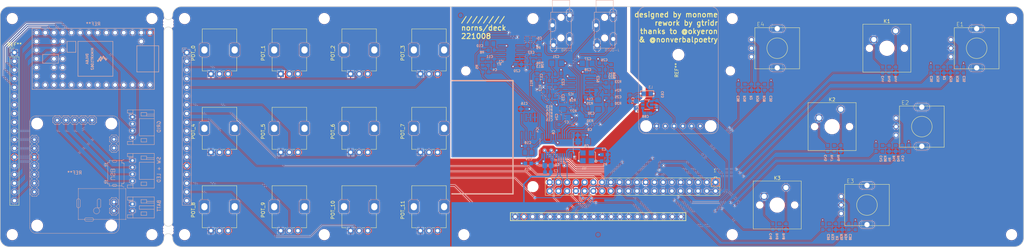
<source format=kicad_pcb>
(kicad_pcb (version 20211014) (generator pcbnew)
  (layers (0 "F.Cu" signal) (31 "B.Cu" signal) (34 "B.Paste" user) (35 "F.Paste" user) (36 "B.SilkS" user "B.Silkscreen") (37 "F.SilkS" user "F.Silkscreen") (38 "B.Mask" user) (39 "F.Mask" user) (44 "Edge.Cuts" user))
  (net 0 "")
  (net 1 "LRCK")
  (net 2 "SCLK")
  (net 3 "+3V3")
  (net 4 "GND")
  (net 5 "SDA")
  (net 6 "N$1")
  (net 7 "INA")
  (net 8 "INB")
  (net 9 "AGND")
  (net 10 "OUTA")
  (net 11 "OUTB")
  (net 12 "+5V")
  (net 13 "MCLK")
  (net 14 "R-CODEC")
  (net 15 "SDOUT")
  (net 16 "SDIN")
  (net 17 "SCL")
  (net 18 "TX")
  (net 19 "RX")
  (net 20 "N$19")
  (net 21 "N$18")
  (net 22 "A1")
  (net 23 "B1")
  (net 24 "B2")
  (net 25 "A2")
  (net 26 "B3")
  (net 27 "A3")
  (net 28 "K1")
  (net 29 "K2")
  (net 30 "K3")
  (net 31 "O_RESET")
  (net 32 "O_DC")
  (net 33 "CE0")
  (net 34 "SCK")
  (net 35 "MOSI")
  (net 36 "N$2")
  (net 37 "N$58")
  (net 38 "A5V")
  (net 39 "OUTB-")
  (net 40 "OUTB+")
  (net 41 "OUTA+")
  (net 42 "OUTA-")
  (net 43 "F")
  (net 44 "VREF")
  (net 45 "N$26")
  (net 46 "VQ1")
  (net 47 "N$4")
  (net 48 "N$5")
  (net 49 "N$8")
  (net 50 "N$9")
  (net 51 "N$7")
  (net 52 "N$10")
  (net 53 "N$11")
  (net 54 "N$12")
  (net 55 "N$16")
  (net 56 "N$17")
  (net 57 "N$20")
  (net 58 "N$21")
  (net 59 "N$23")
  (net 60 "N$24")
  (net 61 "N$15")
  (net 62 "N$29")
  (net 63 "N$30")
  (net 64 "N$31")
  (net 65 "N$32")
  (net 66 "N$33")
  (net 67 "N$13")
  (net 68 "N$14")
  (net 69 "A4")
  (net 70 "B4")
  (net 71 "N$28")
  (net 72 "N$27")
  (net 73 "N$25")
  (net 74 "N$22")
  (net 75 "N$34")
  (net 76 "N$35")
  (net 77 "ATX1")
  (net 78 "ATX2")
  (net 79 "ATX3")
  (net 80 "p0")
  (net 81 "T+3v3")
  (net 82 "p1")
  (net 83 "p2")
  (net 84 "p3")
  (net 85 "p4")
  (net 86 "p5")
  (net 87 "p6")
  (net 88 "p7")
  (net 89 "p8")
  (net 90 "p9")
  (net 91 "p10")
  (net 92 "p11")
  (net 93 "BAT+")
  (net 94 "BAT-")
  (net 95 "AR0")
  (net 96 "AR1")
  (net 97 "AR2")
  (net 98 "AR3")
  (net 99 "AR6")
  (net 100 "AR7")
  (net 101 "AR8")
  (net 102 "AR9")
  (net 103 "AR10")
  (net 104 "AR11")
  (net 105 "SCL0")
  (net 106 "SDA0")
  (net 107 "AR12")
  (net 108 "AR13")
  (net 109 "BTN")
  (net 110 "LED+")
  (net 111 "LED-")
  (net 112 "SW+")
  (net 113 "SW-")
  (net 114 "BOOTOK")
  (net 115 "T+5V")
  (footprint "" (layer "F.Cu") (at 54.1734 156.914)
    (fp_text reference "")
    (fp_text value "")
  )
  (footprint "norns-shield-211028:RASPI_BOARD_B+_EDGES_3DRILL" (layer "F.Cu") (at 267.2004 90.424 180)
    (fp_text reference "X1" hide)
    (fp_text value "RASPI_BOARD_B+#_E3" hide)
  )
  (footprint "CUSTOM:PEC11RN" (layer "F.Cu") (at 302.9004 148.284 -90)
    (fp_text reference "E3")
    (fp_text value "ENC3")
    (fp_line (start -6.6 1.3) (end -6.6 -1.3) (layer "Edge.Cuts") (width 0.05))
    (fp_line (start -6.3 -1.6) (end -5.1 -1.6) (layer "Edge.Cuts") (width 0.05))
    (fp_line (start -4.8 -1.3) (end -4.8 1.3) (layer "Edge.Cuts") (width 0.05))
    (fp_line (start 4.83 1.3) (end 4.83 -1.3) (layer "Edge.Cuts") (width 0.05))
    (fp_line (start 5.13 -1.6) (end 6.33 -1.6) (layer "Edge.Cuts") (width 0.05))
    (fp_line (start 6.63 -1.3) (end 6.63 1.3) (layer "Edge.Cuts") (width 0.05))
    (fp_line (start 6.33 1.6) (end 5.13 1.6) (layer "Edge.Cuts") (width 0.05))
    (fp_line (start -5.1 1.6) (end -6.3 1.6) (layer "Edge.Cuts") (width 0.05))
    (fp_arc (start -6.6 -1.3) (mid -6.512132 -1.512132) (end -6.3 -1.6) (layer "Edge.Cuts") (width 0.05))
    (fp_arc (start 6.33 -1.6) (mid 6.542132 -1.512132) (end 6.63 -1.3) (layer "Edge.Cuts") (width 0.05))
    (fp_arc (start 5.13 1.6) (mid 4.917868 1.512132) (end 4.83 1.3) (layer "Edge.Cuts") (width 0.05))
    (fp_arc (start -5.1 -1.6) (mid -4.887868 -1.512132) (end -4.8 -1.3) (layer "Edge.Cuts") (width 0.05))
    (fp_arc (start -4.8 1.3) (mid -4.887868 1.512132) (end -5.1 1.6) (layer "Edge.Cuts") (width 0.05))
    (fp_arc (start 4.83 -1.3) (mid 4.917868 -1.512132) (end 5.13 -1.6) (layer "Edge.Cuts") (width 0.05))
    (fp_arc (start -6.3 1.6) (mid -6.512132 1.512132) (end -6.6 1.3) (layer "Edge.Cuts") (width 0.05))
    (fp_arc (start 6.63 1.3) (mid 6.542132 1.512132) (end 6.33 1.6) (layer "Edge.Cuts") (width 0.05))
  )
  (footprint "CUSTOM:Potentiometer_Alps_RK09K_Single_Vertical" (layer "F.Cu") (at 111.9834 132.914 90)
    (fp_text reference "POT_4")
    (fp_text value "Potentiometer_Alps_RK09K_Single_Vertical" hide)
  )
  (footprint "CUSTOM:Potentiometer_Alps_RK09K_Single_Vertical" (layer "F.Cu") (at 152.6234 155.774 90)
    (fp_text reference "POT_10")
    (fp_text value "Potentiometer_Alps_RK09K_Single_Vertical" hide)
  )
  (footprint "" (layer "F.Cu") (at 54.1734 93.914)
    (fp_text reference "")
    (fp_text value "")
  )
  (footprint "CUSTOM:Potentiometer_Alps_RK09K_Single_Vertical" (layer "F.Cu") (at 111.9834 110.054 90)
    (fp_text reference "POT_0")
    (fp_text value "Potentiometer_Alps_RK09K_Single_Vertical" hide)
  )
  (footprint "CUSTOM:SW_Cherry_MX_1.00u_PCB_NARROW_OUTLINE" (layer "F.Cu") (at 308.7004 102.564)
    (fp_text reference "K1")
    (fp_text value "SW_Cherry_MX_1.00u_PCB_NO_OUTLINE" hide)
  )
  (footprint "CUSTOM:mounting hole" (layer "F.Cu") (at 263.7004 156.924)
    (fp_text reference "MNT" hide)
    (fp_text value "" hide)
  )
  (footprint "CUSTOM:Potentiometer_Alps_RK09K_Single_Vertical" (layer "F.Cu") (at 152.6234 132.914 90)
    (fp_text reference "POT_6")
    (fp_text value "Potentiometer_Alps_RK09K_Single_Vertical" hide)
  )
  (footprint "panelization:mouse-bite-2.54mm-slot" (layer "F.Cu") (at 99.5684 95.294 90)
    (fp_text reference "mouse-bite-2.54mm-slot" hide)
    (fp_text value "VAL**" hide)
  )
  (footprint "CUSTOM:Potentiometer_Alps_RK09K_Single_Vertical" (layer "F.Cu") (at 111.9834 155.774 90)
    (fp_text reference "POT_8")
    (fp_text value "Potentiometer_Alps_RK09K_Single_Vertical" hide)
  )
  (footprint "CUSTOM:PEC11RN" (layer "F.Cu") (at 276.7804 102.564 -90)
    (fp_text reference "E4")
    (fp_text value "ENC4")
    (fp_line (start 6.63 -1.3) (end 6.63 1.3) (layer "Edge.Cuts") (width 0.05))
    (fp_line (start 6.33 1.6) (end 5.13 1.6) (layer "Edge.Cuts") (width 0.05))
    (fp_line (start -6.3 -1.6) (end -5.1 -1.6) (layer "Edge.Cuts") (width 0.05))
    (fp_line (start 4.83 1.3) (end 4.83 -1.3) (layer "Edge.Cuts") (width 0.05))
    (fp_line (start 5.13 -1.6) (end 6.33 -1.6) (layer "Edge.Cuts") (width 0.05))
    (fp_line (start -5.1 1.6) (end -6.3 1.6) (layer "Edge.Cuts") (width 0.05))
    (fp_line (start -4.8 -1.3) (end -4.8 1.3) (layer "Edge.Cuts") (width 0.05))
    (fp_line (start -6.6 1.3) (end -6.6 -1.3) (layer "Edge.Cuts") (width 0.05))
    (fp_arc (start 6.33 -1.6) (mid 6.542132 -1.512132) (end 6.63 -1.3) (layer "Edge.Cuts") (width 0.05))
    (fp_arc (start -6.6 -1.3) (mid -6.512132 -1.512132) (end -6.3 -1.6) (layer "Edge.Cuts") (width 0.05))
    (fp_arc (start 6.63 1.3) (mid 6.542132 1.512132) (end 6.33 1.6) (layer "Edge.Cuts") (width 0.05))
    (fp_arc (start -6.3 1.6) (mid -6.512132 1.512132) (end -6.6 1.3) (layer "Edge.Cuts") (width 0.05))
    (fp_arc (start -4.8 1.3) (mid -4.887868 1.512132) (end -5.1 1.6) (layer "Edge.Cuts") (width 0.05))
    (fp_arc (start 5.13 1.6) (mid 4.917868 1.512132) (end 4.83 1.3) (layer "Edge.Cuts") (width 0.05))
    (fp_arc (start 4.83 -1.3) (mid 4.917868 -1.512132) (end 5.13 -1.6) (layer "Edge.Cuts") (width 0.05))
    (fp_arc (start -5.1 -1.6) (mid -4.887868 -1.512132) (end -4.8 -1.3) (layer "Edge.Cuts") (width 0.05))
  )
  (footprint "CUSTOM:Potentiometer_Alps_RK09K_Single_Vertical" (layer "F.Cu") (at 172.9434 155.774 90)
    (fp_text reference "POT_11")
    (fp_text value "Potentiometer_Alps_RK09K_Single_Vertical" hide)
  )
  (footprint "CUSTOM:mounting hole" (layer "F.Cu") (at 185.5954 156.924)
    (fp_text reference "MNT" hide)
    (fp_text value "" hide)
  )
  (footprint "CUSTOM:mounting hole" (layer "F.Cu") (at 104.3234 93.914)
    (fp_text reference "MNT" hide)
    (fp_text value "" hide)
  )
  (footprint "CUSTOM:Potentiometer_Alps_RK09K_Single_Vertical" (layer "F.Cu") (at 132.3034 110.054 90)
    (fp_text reference "POT_1")
    (fp_text value "Potentiometer_Alps_RK09K_Single_Vertical" hide)
  )
  (footprint "" (layer "F.Cu") (at 94.8134 156.914)
    (fp_text reference "")
    (fp_text value "")
  )
  (footprint "CUSTOM:Potentiometer_Alps_RK09K_Single_Vertical" (layer "F.Cu") (at 132.3034 155.774 90)
    (fp_text reference "POT_9")
    (fp_text value "Potentiometer_Alps_RK09K_Single_Vertical" hide)
  )
  (footprint "" (layer "F.Cu") (at 144.9634 156.914)
    (fp_text reference "")
    (fp_text value "")
  )
  (footprint "" (layer "F.Cu") (at 94.8134 93.914)
    (fp_text reference "")
    (fp_text value "")
  )
  (footprint "panelization:mouse-bite-2.54mm-slot" (layer "F.Cu") (at 99.5684 155.554 90)
    (fp_text reference "mouse-bite-2.54mm-slot" hide)
    (fp_text value "VAL**" hide)
  )
  (footprint "norns-shield-211028:OLED-ALEPH" (layer "F.Cu") (at 224.6554 130.429 180)
    (fp_text reference "U$1" hide)
    (fp_text value "OLED128X64")
  )
  (footprint "CUSTOM:Potentiometer_Alps_RK09K_Single_Vertical" (layer "F.Cu") (at 172.9434 132.914 90)
    (fp_text reference "POT_7")
    (fp_text value "Potentiometer_Alps_RK09K_Single_Vertical" hide)
  )
  (footprint "CUSTOM:PEC11RN" (layer "F.Cu") (at 318.8604 125.424 -90)
    (fp_text reference "E2")
    (fp_text value "ENC2")
    (fp_line (start -4.8 -1.3) (end -4.8 1.3) (layer "Edge.Cuts") (width 0.05))
    (fp_line (start 4.83 1.3) (end 4.83 -1.3) (layer "Edge.Cuts") (width 0.05))
    (fp_line (start -6.3 -1.6) (end -5.1 -1.6) (layer "Edge.Cuts") (width 0.05))
    (fp_line (start -5.1 1.6) (end -6.3 1.6) (layer "Edge.Cuts") (width 0.05))
    (fp_line (start 6.33 1.6) (end 5.13 1.6) (layer "Edge.Cuts") (width 0.05))
    (fp_line (start 6.63 -1.3) (end 6.63 1.3) (layer "Edge.Cuts") (width 0.05))
    (fp_line (start 5.13 -1.6) (end 6.33 -1.6) (layer "Edge.Cuts") (width 0.05))
    (fp_line (start -6.6 1.3) (end -6.6 -1.3) (layer "Edge.Cuts") (width 0.05))
    (fp_arc (start -5.1 -1.6) (mid -4.887868 -1.512132) (end -4.8 -1.3) (layer "Edge.Cuts") (width 0.05))
    (fp_arc (start 6.33 -1.6) (mid 6.542132 -1.512132) (end 6.63 -1.3) (layer "Edge.Cuts") (width 0.05))
    (fp_arc (start -6.3 1.6) (mid -6.512132 1.512132) (end -6.6 1.3) (layer "Edge.Cuts") (width 0.05))
    (fp_arc (start -6.6 -1.3) (mid -6.512132 -1.512132) (end -6.3 -1.6) (layer "Edge.Cuts") (width 0.05))
    (fp_arc (start -4.8 1.3) (mid -4.887868 1.512132) (end -5.1 1.6) (layer "Edge.Cuts") (width 0.05))
    (fp_arc (start 4.83 -1.3) (mid 4.917868 -1.512132) (end 5.13 -1.6) (layer "Edge.Cuts") (width 0.05))
    (fp_arc (start 6.63 1.3) (mid 6.542132 1.512132) (end 6.33 1.6) (layer "Edge.Cuts") (width 0.05))
    (fp_arc (start 5.13 1.6) (mid 4.917868 1.512132) (end 4.83 1.3) (layer "Edge.Cuts") (width 0.05))
  )
  (footprint "CUSTOM:mounting hole" (layer "F.Cu") (at 104.3234 156.914)
    (fp_text reference "MNT" hide)
    (fp_text value "" hide)
  )
  (footprint "CUSTOM:mounting hole" (layer "F.Cu") (at 344.9804 93.924)
    (fp_text reference "MNT" hide)
    (fp_text value "" hide)
  )
  (footprint "CUSTOM:SW_Cherry_MX_1.00u_PCB_NARROW_OUTLINE" (layer "F.Cu") (at 276.7804 148.284)
    (fp_text reference "K3")
    (fp_text value "SW_Cherry_MX_1.00u_PCB_NO_OUTLINE" hide)
  )
  (footprint "CUSTOM:MICROMIDITRS" (layer "F.Cu") (at 248.031 108.966 90)
    (fp_text reference "REF**")
    (fp_text value "MICROMIDITRS")
  )
  (footprint "Connector_PinHeader_2.54mm:PinHeader_1x18_P2.54mm_Vertical" (layer "F.Cu") (at 54.8084 103.824)
    (fp_text reference "REF**")
    (fp_text value "PinHeader_1x18_P2.54mm_Vertical" hide)
  )
  (footprint "CUSTOM:SW_Cherry_MX_1.00u_PCB_NARROW_OUTLINE" (layer "F.Cu") (at 292.7404 125.424)
    (fp_text reference "K2")
    (fp_text value "SW_Cherry_MX_1.00u_PCB_NO_OUTLINE" hide)
  )
  (footprint "CUSTOM:Potentiometer_Alps_RK09K_Single_Vertical" (layer "F.Cu") (at 132.3034 132.914 90)
    (fp_text reference "POT_5")
    (fp_text value "Potentiometer_Alps_RK09K_Single_Vertical" hide)
  )
  (footprint "CUSTOM:mounting hole" (layer "F.Cu") (at 344.9804 156.924)
    (fp_text reference "MNT" hide)
    (fp_text value "" hide)
  )
  (footprint "CUSTOM:Potentiometer_Alps_RK09K_Single_Vertical" (layer "F.Cu") (at 152.6234 110.054 90)
    (fp_text reference "POT_2")
    (fp_text value "Potentiometer_Alps_RK09K_Single_Vertical" hide)
  )
  (footprint "CUSTOM:PEC11RN" (layer "F.Cu") (at 334.8204 102.564 -90)
    (fp_text reference "E1")
    (fp_text value "ENC1")
    (fp_line (start 4.83 1.3) (end 4.83 -1.3) (layer "Edge.Cuts") (width 0.05))
    (fp_line (start 6.33 1.6) (end 5.13 1.6) (layer "Edge.Cuts") (width 0.05))
    (fp_line (start -4.8 -1.3) (end -4.8 1.3) (layer "Edge.Cuts") (width 0.05))
    (fp_line (start -6.3 -1.6) (end -5.1 -1.6) (layer "Edge.Cuts") (width 0.05))
    (fp_line (start 5.13 -1.6) (end 6.33 -1.6) (layer "Edge.Cuts") (width 0.05))
    (fp_line (start -5.1 1.6) (end -6.3 1.6) (layer "Edge.Cuts") (width 0.05))
    (fp_line (start 6.63 -1.3) (end 6.63 1.3) (layer "Edge.Cuts") (width 0.05))
    (fp_line (start -6.6 1.3) (end -6.6 -1.3) (layer "Edge.Cuts") (width 0.05))
    (fp_arc (start 6.33 -1.6) (mid 6.542132 -1.512132) (end 6.63 -1.3) (layer "Edge.Cuts") (width 0.05))
    (fp_arc (start 4.83 -1.3) (mid 4.917868 -1.512132) (end 5.13 -1.6) (layer "Edge.Cuts") (width 0.05))
    (fp_arc (start 5.13 1.6) (mid 4.917868 1.512132) (end 4.83 1.3) (layer "Edge.Cuts") (width 0.05))
    (fp_arc (start 6.63 1.3) (mid 6.542132 1.512132) (end 6.33 1.6) (layer "Edge.Cuts") (width 0.05))
    (fp_arc (start -4.8 1.3) (mid -4.887868 1.512132) (end -5.1 1.6) (layer "Edge.Cuts") (width 0.05))
    (fp_arc (start -6.3 1.6) (mid -6.512132 1.512132) (end -6.6 1.3) (layer "Edge.Cuts") (width 0.05))
    (fp_arc (start -6.6 -1.3) (mid -6.512132 -1.512132) (end -6.3 -1.6) (layer "Edge.Cuts") (width 0.05))
    (fp_arc (start -5.1 -1.6) (mid -4.887868 -1.512132) (end -4.8 -1.3) (layer "Edge.Cuts") (width 0.05))
  )
  (footprint "" (layer "F.Cu") (at 144.9634 93.914)
    (fp_text reference "")
    (fp_text value "")
  )
  (footprint "CUSTOM:Potentiometer_Alps_RK09K_Single_Vertical" (layer "F.Cu") (at 172.9434 110.054 90)
    (fp_text reference "POT_3")
    (fp_text value "Potentiometer_Alps_RK09K_Single_Vertical" hide)
  )
  (footprint "norns-shield:C0603" (layer "B.Cu") (at 305.5254 131.774 90)
    (fp_text reference "C42")
    (fp_text value "10n")
  )
  (footprint "norns-shield-211028:R0603" (layer "B.Cu") (at 225.9254 108.839 180)
    (fp_text reference "R21")
    (fp_text value "1k5")
  )
  (footprint "norns-shield-211028:SO08" (layer "B.Cu") (at 219.5754 113.284 90)
    (fp_text reference "IC2")
    (fp_text value "TL072D")
  )
  (footprint "norns-shield:R0603" (layer "B.Cu") (at 293.3754 131.774 -90)
    (fp_text reference "R47")
    (fp_text value "10k")
  )
  (footprint "norns-shield:R0603" (layer "B.Cu") (at 297.6244 154.634 -90)
    (fp_text reference "R34")
    (fp_text value "10k")
  )
  (footprint "norns-shield-211028:R0603" (layer "B.Cu") (at 228.4654 108.204 90)
    (fp_text reference "R19")
    (fp_text value "1k33")
  )
  (footprint "norns-shield-211028:R0603" (layer "B.Cu") (at 211.3204 110.109)
    (fp_text reference "R13")
    (fp_text value "1k5")
  )
  (footprint "norns-shield-211028:C1206" (layer "B.Cu") (at 221.4804 106.934 180)
    (fp_text reference "C27")
    (fp_text value "22u")
  )
  (footprint "norns-shield-211028:C0603" (layer "B.Cu") (at 204.3354 131.064 180)
    (fp_text reference "C18")
    (fp_text value "100n")
  )
  (footprint "norns-shield:C0603" (layer "B.Cu") (at 321.4854 108.914 90)
    (fp_text reference "C36")
    (fp_text value "10n")
  )
  (footprint "norns-shield-211028:C0603" (layer "B.Cu") (at 203.0654 120.269)
    (fp_text reference "C16")
    (fp_text value "10n")
  )
  (footprint "norns-shield:R0603" (layer "B.Cu") (at 323.3904 108.914 -90)
    (fp_text reference "R26")
    (fp_text value "10k")
  )
  (footprint "norns-shield-211028:R0603" (layer "B.Cu") (at 193.5404 107.569)
    (fp_text reference "R7")
    (fp_text value "91")
  )
  (footprint "Connector_PinSocket_2.54mm:PinSocket_1x18_P2.54mm_Vertical" (layer "B.Cu") (at 104.9584 103.824 180)
    (fp_text reference "DAUGHTERBOARD" hide)
    (fp_text value "PinSocket_1x18_P2.54mm_Vertical")
  )
  (footprint "norns-shield:C0603" (layer "B.Cu") (at 274.9954 113.914 90)
    (fp_text reference "C35")
    (fp_text value "10n")
  )
  (footprint "norns-shield:R0603" (layer "B.Cu") (at 293.8144 154.634 -90)
    (fp_text reference "R3")
    (fp_text value "10k")
  )
  (footprint "norns-shield-211028:C1206" (layer "B.Cu") (at 220.2104 129.794)
    (fp_text reference "C9")
    (fp_text value "47u")
  )
  (footprint "norns-shield:R0603" (layer "B.Cu") (at 277.4154 154.634 -90)
    (fp_text reference "R49")
    (fp_text value "10k")
  )
  (footprint "norns-shield-211028:C0603" (layer "B.Cu") (at 208.7804 110.744 -90)
    (fp_text reference "C17")
    (fp_text value "6n8")
  )
  (footprint "norns-shield:R0603" (layer "B.Cu") (at 291.9094 154.634 -90)
    (fp_text reference "R32")
    (fp_text value "10k")
  )
  (footprint "norns-shield:R0603" (layer "B.Cu") (at 307.4304 131.774 -90)
    (fp_text reference "R38")
    (fp_text value "10k")
  )
  (footprint "norns-shield:R0603" (layer "B.Cu") (at 325.2954 108.914 -90)
    (fp_text reference "R2")
    (fp_text value "10k")
  )
  (footprint "norns-shield-211028:C0603" (layer "B.Cu") (at 193.5404 105.664)
    (fp_text reference "C11")
    (fp_text value "470p COG")
  )
  (footprint "norns-shield:R0603" (layer "B.Cu") (at 271.1854 113.914 -90)
    (fp_text reference "R29")
    (fp_text value "10k")
  )
  (footprint "Connector_JST:JST_PH_S4B-PH-K_1x04_P2.00mm_Horizontal" (layer "B.Cu") (at 89.1544 135.3024 -90)
    (fp_text reference "SW + LED")
    (fp_text value "JST_PH_S4B-PH-K_1x04_P2.00mm_Horizontal" hide)
  )
  (footprint "norns-shield-211028:C0603" (layer "B.Cu") (at 201.4779 107.2515 180)
    (fp_text reference "C20")
    (fp_text value "10n")
  )
  (footprint "norns-shield-211028:C0805" (layer "B.Cu") (at 210.0504 136.779 180)
    (fp_text reference "C2")
    (fp_text value "10u")
  )
  (footprint "norns-shield-211028:R0603" (layer "B.Cu") (at 217.6704 118.364 180)
    (fp_text reference "R18")
    (fp_text value "47k")
  )
  (footprint "norns-shield:R0603" (layer "B.Cu") (at 295.7194 154.634 -90)
    (fp_text reference "R35")
    (fp_text value "10k")
  )
  (footprint "norns-shield-211028:C0603" (layer "B.Cu") (at 226.5604 133.604 180)
    (fp_text reference "C3")
    (fp_text value "10n")
  )
  (footprint "norns-shield-211028:R0603" (layer "B.Cu") (at 227.8304 112.649 180)
    (fp_text reference "R23")
    (fp_text value "2k32")
  )
  (footprint "norns-shield-211028:C0805" (layer "B.Cu") (at 204.3354 132.969 180)
    (fp_text reference "C19")
    (fp_text value "10u")
  )
  (footprint "norns-shield-211028:SOP28" (layer "B.Cu") (at 212.5904 131.064 90)
    (fp_text reference "U1")
    (fp_text value "CS4271")
  )
  (footprint "norns-shield-211028:C0603" (layer "B.Cu") (at 191.9529 109.474 180)
    (fp_text reference "C4")
    (fp_text value "2700p COG")
  )
  (footprint "norns-shield-211028:C0603" (layer "B.Cu") (at 213.8604 110.744 90)
    (fp_text reference "C22")
    (fp_text value "1n5")
  )
  (footprint "norns-shield-211028:C0603" (layer "B.Cu") (at 241.8004 118.6815 -90)
    (fp_text reference "C63")
    (fp_text value "100n")
  )
  (footprint "norns-shield-211028:R0603" (layer "B.Cu") (at 227.8304 115.189 180)
    (fp_text reference "R24")
    (fp_text value "4k99")
  )
  (footprint "norns-shield:R0603" (layer "B.Cu") (at 269.2804 113.914 -90)
    (fp_text reference "R2")
    (fp_text value "10k")
  )
  (footprint "norns-shield-211028:R0603" (layer "B.Cu") (at 207.5104 105.3465 90)
    (fp_text reference "R10")
    (fp_text value "634")
  )
  (footprint "norns-shield:R0603" (layer "B.Cu") (at 313.1454 131.774 -90)
    (fp_text reference "R40")
    (fp_text value "10k")
  )
  (footprint "norns-shield-211028:R0603" (layer "B.Cu") (at 217.6704 120.269)
    (fp_text reference "R27")
    (fp_text value "560")
  )
  (footprint "norns-shield:R0603" (layer "B.Cu") (at 273.0904 113.914 -90)
    (fp_text reference "R28")
    (fp_text value "10k")
  )
  (footprint "norns-shield:R0603" (layer "B.Cu") (at 311.2404 108.914 90)
    (fp_text reference "R44")
    (fp_text value "10k")
  )
  (footprint "norns-shield:R0603" (layer "B.Cu") (at 311.2404 131.774 -90)
    (fp_text reference "R41")
    (fp_text value "10k")
  )
  (footprint "norns-shield-211028:C0603" (layer "B.Cu") (at 219.5754 127.889)
    (fp_text reference "C8")
    (fp_text value "100n")
  )
  (footprint "norns-shield-211028:C0805" (layer "B.Cu") (at 204.9704 99.949)
    (fp_text reference "C5")
    (fp_text value "10u")
  )
  (footprint "norns-shield-211028:C0805" (layer "B.Cu") (at 193.2229 101.219 180)
    (fp_text reference "C10")
    (fp_text value "10u")
  )
  (footprint "norns-shield-211028:C1206" (layer "B.Cu") (at 214.4954 122.809)
    (fp_text reference "C7")
    (fp_text value "47u")
  )
  (footprint "norns-shield-211028:JACK4832.2330" (layer "B.Cu") (at 213.8604 92.964)
    (fp_text reference "J-IN0")
    (fp_text value "JACK-TRS-SW" hide)
  )
  (footprint "norns-shield:R0603" (layer "B.Cu") (at 267.3754 113.914 -90)
    (fp_text reference "R26")
    (fp_text value "10k")
  )
  (footprint "norns-shield-211028:R0603" (layer "B.Cu") (at 208.7804 116.1415 -90)
    (fp_text reference "R12")
    (fp_text value "4k42")
  )
  (footprint "norns-shield-211028:R0603" (layer "B.Cu") (at 226.5604 135.509 180)
    (fp_text reference "R1")
    (fp_text value "10k")
  )
  (footprint "norns-shield-211028:C0603" (layer "B.Cu") (at 222.1154 109.474 180)
    (fp_text reference "C28")
    (fp_text value "1n5")
  )
  (footprint "norns-shield-211028:R0603" (layer "B.Cu") (at 227.8304 118.999)
    (fp_text reference "R20")
    (fp_text value "4k42")
  )
  (footprint "norns-shield-211028:R0603" (layer "B.Cu") (at 211.3204 112.014)
    (fp_text reference "R14")
    (fp_text value "715")
  )
  (footprint "norns-shield-211028:C0603" (layer "B.Cu") (at 225.2904 113.284 -90)
    (fp_text reference "C29")
    (fp_text value "470p")
  )
  (footprint "norns-shield-211028:SO08" (layer "B.Cu") (at 199.2554 103.759 90)
    (fp_text reference "IC1")
    (fp_text value "TL072D")
  )
  (footprint "norns-shield-211028:B1,27" (layer "B.Cu") (at 184.6504 92.964 180)
    (fp_text reference "TP1" hide)
    (fp_text value "TPB1,27")
  )
  (footprint "norns-shield-211028:C0603" (layer "B.Cu") (at 213.8604 114.554 -90)
    (fp_text reference "C23")
    (fp_text value "470p")
  )
  (footprint "norns-shield:C0603" (layer "B.Cu") (at 299.5294 154.634 90)
    (fp_text reference "C38")
    (fp_text value "10n")
  )
  (footprint "norns-shield-211028:C1206" (layer "B.Cu") (at 224.6554 118.999 -90)
    (fp_text reference "C30")
    (fp_text value "22u")
  )
  (footprint "norns-shield-211028:JACK4832.2330" (layer "B.Cu") (at 226.5604 92.964)
    (fp_text reference "J-OUT0")
    (fp_text value "JACK-TRS-SW" hide)
  )
  (footprint "norns-shield-211028:C0603" (layer "B.Cu") (at 233.8629 117.094 90)
    (fp_text reference "C47")
    (fp_text value "100n")
  )
  (footprint "norns-shield-211028:R0603" (layer "B.Cu") (at 206.8754 110.744 90)
    (fp_text reference "R11")
    (fp_text value "1k33")
  )
  (footprint "norns-shield-211028:C0603" (layer "B.Cu") (at 221.7979 116.7765 180)
    (fp_text reference "C14")
    (fp_text value "10n")
  )
  (footprint "norns-shield-211028:R0603" (layer "B.Cu") (at 225.9254 110.744 180)
    (fp_text reference "R22")
    (fp_text value "715")
  )
  (footprint "norns-shield-211028:SO08" (layer "B.Cu") (at 204.3354 125.349 180)
    (fp_text reference "IC4")
    (fp_text value "TL072D")
  )
  (footprint "norns-shield-211028:R0603" (layer "B.Cu") (at 211.3204 113.919)
    (fp_text reference "R16")
    (fp_text value "2k32")
  )
  (footprint "norns-shield:C0603" (layer "B.Cu") (at 307.4304 108.914 90)
    (fp_text reference "C44")
    (fp_text value "10n")
  )
  (footprint "norns-shield-211028:C0805" (layer "B.Cu") (at 235.7679 118.999 -90)
    (fp_text reference "C43")
    (fp_text value "10u")
  )
  (footprint "norns-shield-211028:C0603" (layer "B.Cu") (at 204.9704 108.204 180)
    (fp_text reference "C13")
    (fp_text value "2700p COG")
  )
  (footprint "norns-shield-211028:R0603" (layer "B.Cu") (at 222.1154 122.174 180)
    (fp_text reference "R30")
    (fp_text value "560")
  )
  (footprint "norns-shield-211028:R0603" (layer "B.Cu") (at 220.8454 120.269)
    (fp_text reference "R25")
    (fp_text value "47k")
  )
  (footprint "norns-shield-211028:R0603" (layer "B.Cu") (at 193.5404 103.124 180)
    (fp_text reference "R8")
    (fp_text value "10k")
  )
  (footprint "norns-shield:C0603" (layer "B.Cu") (at 315.0504 131.774 90)
    (fp_text reference "C41")
    (fp_text value "10n")
  )
  (footprint "norns-shield:C0603" (layer "B.Cu") (at 291.4704 131.774 90)
    (fp_text reference "C45")
    (fp_text value "10n")
  )
  (footprint "norns-shield-211028:C0603" (layer "B.Cu") (at 238.9429 121.539)
    (fp_text reference "C88")
    (fp_text value "10n")
  )
  (footprint "norns-shield:R0603" (layer "B.Cu") (at 327.2004 108.914 -90)
    (fp_text reference "R29")
    (fp_text value "10k")
  )
  (footprint "norns-shield:R0603" (layer "B.Cu") (at 309.3354 108.914 -90)
    (fp_text reference "R45")
    (fp_text value "10k")
  )
  (footprint "norns-shield:R0603" (layer "B.Cu") (at 295.2804 131.774 90)
    (fp_text reference "R46")
    (fp_text value "10k")
  )
  (footprint "norns-shield-211028:SSOP6" (layer "B.Cu") (at 238.9429 118.999 -90)
    (fp_text reference "U11")
    (fp_text value "TPS793")
  )
  (footprint "norns-shield-211028:R0603" (layer "B.Cu") (at 191.0004 106.6165 90)
    (fp_text reference "R5")
    (fp_text value "634")
  )
  (footprint "norns-shield-211028:C1206" (layer "B.Cu") (at 212.5904 106.934)
    (fp_text reference "C21")
    (fp_text value "22u")
  )
  (footprint "norns-shield:C0603" (layer "B.Cu") (at 275.5104 154.634 90)
    (fp_text reference "C46")
    (fp_text value "10n")
  )
  (footprint "norns-shield-211028:C0603" (layer "B.Cu") (at 211.3204 118.364)
    (fp_text reference "C15")
    (fp_text value "2200p COG")
  )
  (footprint "norns-shield-211028:ASF" (layer "B.Cu") (at 221.4804 134.239 180)
    (fp_text reference "Q1")
    (fp_text value "ASFL-12.288mhz")
  )
  (footprint "norns-shield:R0603" (layer "B.Cu") (at 329.1054 108.914 -90)
    (fp_text reference "R28")
    (fp_text value "10k")
  )
  (footprint "norns-shield-211028:L0805" (layer "B.Cu") (at 238.9429 115.824)
    (fp_text reference "L3")
    (fp_text value "FERRITE")
  )
  (footprint "norns-shield-211028:B1,27" (layer "B.Cu") (at 224.6459 156.924 180)
    (fp_text reference "TP2" hide)
    (fp_text value "TPB1,27")
  )
  (footprint "norns-shield:C0603" (layer "B.Cu") (at 265.4704 113.914 90)
    (fp_text reference "C36")
    (fp_text value "10n")
  )
  (footprint "norns-shield:R0603" (layer "B.Cu") (at 309.3354 131.774 -90)
    (fp_text reference "R4")
    (fp_text value "10k")
  )
  (footprint "norns-shield-211028:R0603" (layer "B.Cu") (at 211.3204 116.459)
    (fp_text reference "R17")
    (fp_text value "4k99")
  )
  (footprint "norns-shield-211028:C0603" (layer "B.Cu") (at 225.9254 106.934 180)
    (fp_text reference "C26")
    (fp_text value "6n8")
  )
  (footprint "CUSTOM:ATXRaspi" (layer "B.Cu") (at 72.3292 139.384 180)
    (fp_text reference "REF**")
    (fp_text value "ATXRaspi")
  )
  (footprint "Connector_JST:JST_PH_S2B-PH-K_1x02_P2.00mm_Horizontal" (layer "B.Cu") (at 89.1544 148.0024 -90)
    (fp_text reference "BATT")
    (fp_text value "JST_PH_S2B-PH-K_1x02_P2.00mm_Horizontal" hide)
  )
  (footprint "norns-shield-211028:C0603" (layer "B.Cu") (at 227.8304 117.094 180)
    (fp_text reference "C25")
    (fp_text value "2200p COG")
  )
  (footprint "Connector_JST:JST_PH_S4B-PH-K_1x04_P2.00mm_Horizontal" (layer "B.Cu") (at 89.1544 122.6024 -90)
    (fp_text reference "GRID")
    (fp_text value "JST_PH_S4B-PH-K_1x04_P2.00mm_Horizontal" hide)
  )
  (footprint "norns-shield:R0603" (layer "B.Cu") (at 279.3204 154.634 90)
    (fp_text reference "R48")
    (fp_text value "10k")
  )
  (footprint "norns-shield:C0603" (layer "B.Cu") (at 331.0104 108.914 90)
    (fp_text reference "C35")
    (fp_text value "10n")
  )
  (footprint "norns-shield-211028:C0603" (layer "B.Cu") (at 204.9704 104.394 180)
    (fp_text reference "C12")
    (fp_text value "470p COG")
  )
  (footprint "norns-shield-211028:C1206" (layer "B.Cu") (at 214.4954 118.999 -90)
    (fp_text reference "C24")
    (fp_text value "22u")
  )
  (footprint "norns-shield-211028:C0603" (layer "B.Cu") (at 213.2254 125.6665 90)
    (fp_text reference "C6")
    (fp_text value "100n")
  )
  (footprint "norns-shield-211028:R0603" (layer "B.Cu") (at 204.9704 101.854)
    (fp_text reference "R9")
    (fp_text value "10k")
  )
  (footprint "norns-shield-211028:R0603" (layer "B.Cu") (at 204.9704 106.299 180)
    (fp_text reference "R6")
    (fp_text value "91")
  )
  (footprint "teensy:Teensy40" (layer "B.Cu") (at 77.738162 105.654 180)
    (fp_text reference "REF**")
    (fp_text value "Teensy 4.0")
  )
  (footprint "norns-shield-211028:C0603" (layer "B.Cu") (at 210.0504 138.684 180)
    (fp_text reference "C1")
    (fp_text value "100n")
  )
  (footprint "norns-shield:C0603" (layer "B.Cu") (at 290.0044 154.634 90)
    (fp_text reference "C39")
    (fp_text value "10n")
  )
  (footprint "norns-shield-211028:R0603" (layer "B.Cu") (at 204.3354 136.144 180)
    (fp_text reference "R15")
    (fp_text value "10k")
  )
  (gr_line (start 182.1104 145.034) (end 199.8904 145.034) (layer "B.SilkS") (width 0.4064))
  (gr_line (start 199.8904 112.014) (end 182.1104 112.014) (layer "B.SilkS") (width 0.4064))
  (gr_circle (center 224.0204 135.509) (end 224.3379 135.509) (layer "B.SilkS") (width 0.254) (fill none))
  (gr_line (start 199.8904 145.034) (end 199.8904 112.014) (layer "B.SilkS") (width 0.4064))
  (gr_arc (start 100.8384 153.224) (mid 99.5684 154.494) (end 98.2984 153.224) (layer "Edge.Cuts") (width 0.15))
  (gr_line (start 53.2284 160.424) (end 95.7584 160.424) (layer "Edge.Cuts") (width 0.15))
  (gr_arc (start 98.2984 157.884) (mid 99.5684 156.614) (end 100.8384 157.884) (layer "Edge.Cuts") (width 0.15))
  (gr_arc (start 95.7584 90.424) (mid 97.554451 91.167949) (end 98.2984 92.964) (layer "Edge.Cuts") (width 0.15))
  (gr_line (start 53.2284 90.424) (end 95.7584 90.424) (layer "Edge.Cuts") (width 0.15))
  (gr_line (start 345.9324 90.424) (end 103.3784 90.424) (layer "Edge.Cuts") (width 0.15))
  (gr_arc (start 53.2284 160.424) (mid 51.432349 159.680051) (end 50.6884 157.884) (layer "Edge.Cuts") (width 0.15))
  (gr_arc (start 103.3784 160.424) (mid 101.582349 159.680051) (end 100.8384 157.884) (layer "Edge.Cuts") (width 0.15))
  (gr_line (start 100.8384 97.624) (end 100.8384 153.224) (layer "Edge.Cuts") (width 0.15))
  (gr_line (start 98.2984 153.224) (end 98.2984 97.624) (layer "Edge.Cuts") (width 0.15))
  (gr_arc (start 98.2984 157.884) (mid 97.554451 159.680051) (end 95.7584 160.424) (layer "Edge.Cuts") (width 0.15))
  (gr_arc (start 348.4724 157.884) (mid 347.728451 159.680051) (end 345.9324 160.424) (layer "Edge.Cuts") (width 0.15))
  (gr_line (start 103.3784 160.424) (end 345.9324 160.424) (layer "Edge.Cuts") (width 0.15))
  (gr_line (start 348.4724 157.884) (end 348.4724 92.964) (layer "Edge.Cuts") (width 0.15))
  (gr_arc (start 345.9324 90.424) (mid 347.728451 91.167949) (end 348.4724 92.964) (layer "Edge.Cuts") (width 0.15))
  (gr_arc (start 50.6884 92.964) (mid 51.432349 91.167949) (end 53.2284 90.424) (layer "Edge.Cuts") (width 0.15))
  (gr_line (start 50.6884 92.964) (end 50.6884 157.884) (layer "Edge.Cuts") (width 0.15))
  (gr_arc (start 100.8384 92.964) (mid 99.5684 94.234) (end 98.2984 92.964) (layer "Edge.Cuts") (width 0.15))
  (gr_arc (start 100.8384 92.964) (mid 101.582349 91.167949) (end 103.3784 90.424) (layer "Edge.Cuts") (width 0.15))
  (gr_arc (start 98.2984 97.624) (mid 99.5684 96.354) (end 100.8384 97.624) (layer "Edge.Cuts") (width 0.15))
  (gr_text "////////\nnorns/deck\n221008" (at 184.6504 99.949) (layer "F.SilkS") (effects (font (size 1.5113 1.5113) (thickness 0.2667)) (justify left bottom)))
  (gr_text "designed by monome\nrework by gtridr\nthanks to @okyeron\n& @nonverbalpoetry" (at 259.6504 100.949) (layer "F.SilkS") (effects (font (size 1.5113 1.5113) (thickness 0.2667)) (justify right bottom)))
  (segment (start 60.5424 131.764) (end 54.8084 131.764) (width 0.25) (layer "F.Cu") (net 0))
  (segment (start 295.2804 120.344) (end 295.2804 130.924) (width 0.25) (layer "B.Cu") (net 0))
  (segment (start 279.3204 153.784) (end 277.4154 153.784) (width 0.254) (layer "B.Cu") (net 0))
  (segment (start 279.3204 153.784) (end 279.3204 143.204) (width 0.254) (layer "B.Cu") (net 0))
  (segment (start 295.2804 130.924) (end 293.3754 130.924) (width 0.254) (layer "B.Cu") (net 0))
  (segment (start 215.6504 141.654) (end 215.6504 136.029) (width 0.254) (layer "B.Cu") (net 1))
  (segment (start 215.6504 136.029) (end 214.8654 135.244) (width 0.254) (layer "B.Cu") (net 1))
  (segment (start 214.8654 133.924) (end 214.8654 135.244) (width 0.254) (layer "B.Cu") (net 1))
  (segment (start 244.81665 142.97025) (end 246.0404 144.194) (width 0.254) (layer "F.Cu") (net 2))
  (segment (start 214.8129 136.779) (end 216.2391 136.779) (width 0.254) (layer "F.Cu") (net 2))
  (segment (start 216.2391 136.779) (end 218.1695 138.7094) (width 0.254) (layer "F.Cu") (net 2))
  (segment (start 235.4758 138.7094) (end 237.19665 140.43025) (width 0.254) (layer "F.Cu") (net 2))
  (segment (start 237.83165 142.97025) (end 244.81665 142.97025) (width 0.254) (layer "F.Cu") (net 2))
  (segment (start 246.0404 144.194) (end 246.1304 144.194) (width 0.254) (layer "F.Cu") (net 2))
  (segment (start 237.19665 142.33525) (end 237.83165 142.97025) (width 0.254) (layer "F.Cu") (net 2))
  (segment (start 218.1695 138.7094) (end 235.4758 138.7094) (width 0.254) (layer "F.Cu") (net 2))
  (segment (start 237.19665 140.43025) (end 237.19665 142.33525) (width 0.254) (layer "F.Cu") (net 2))
  (via (at 214.8129 136.779) (size 0.7874) (drill 0.381) (layers "F.Cu" "B.Cu") (net 2))
  (segment (start 214.2154 133.924) (end 214.2154 136.1815) (width 0.254) (layer "B.Cu") (net 2))
  (segment (start 214.2154 136.1815) (end 214.8129 136.779) (width 0.254) (layer "B.Cu") (net 2))
  (segment (start 257.51415 142.97025) (end 258.8304 141.654) (width 0.254) (layer "B.Cu") (net 3))
  (segment (start 203.0654 151.679) (end 203.0654 142.1206) (width 0.4064) (layer "B.Cu") (net 3))
  (segment (start 211.6154 135.214) (end 211.3204 135.509) (width 0.4064) (layer "B.Cu") (net 3))
  (segment (start 238.5104 141.654) (end 239.82665 142.97025) (width 0.254) (layer "B.Cu") (net 3))
  (segment (start 227.4104 133.604) (end 227.4104 132.549) (width 0.4064) (layer "B.Cu") (net 3))
  (segment (start 211.6154 133.924) (end 211.6154 135.214) (width 0.4064) (layer "B.Cu") (net 3))
  (segment (start 227.4104 135.509) (end 227.4104 133.604) (width 0.4064) (layer "B.Cu") (net 3))
  (segment (start 224.0204 131.699) (end 226.5604 131.699) (width 0.4064) (layer "B.Cu") (net 3))
  (segment (start 203.0654 142.1206) (end 205.232 139.954) (width 0.4064) (layer "B.Cu") (net 3))
  (segment (start 210.3679 139.954) (end 210.9004 139.4215) (width 0.4064) (layer "B.Cu") (net 3))
  (segment (start 210.9654 135.154) (end 211.3204 135.509) (width 0.4064) (layer "B.Cu") (net 3))
  (segment (start 226.5604 131.699) (end 227.4104 132.549) (width 0.4064) (layer "B.Cu") (net 3))
  (segment (start 211.3204 136.459) (end 211.0004 136.779) (width 0.4064) (layer "B.Cu") (net 3))
  (segment (start 222.7304 133.089) (end 222.7304 132.989) (width 0.4064) (layer "B.Cu") (net 3))
  (segment (start 222.7304 132.989) (end 224.0204 131.699) (width 0.4064) (layer "B.Cu") (net 3))
  (segment (start 210.9004 139.4215) (end 210.9004 138.684) (width 0.4064) (layer "B.Cu") (net 3))
  (segment (start 210.9004 136.879) (end 211.0004 136.779) (width 0.4064) (layer "B.Cu") (net 3))
  (segment (start 239.82665 142.97025) (end 257.51415 142.97025) (width 0.254) (layer "B.Cu") (net 3))
  (segment (start 210.9004 138.684) (end 210.9004 136.879) (width 0.4064) (layer "B.Cu") (net 3))
  (segment (start 210.9654 133.924) (end 210.9654 135.154) (width 0.4064) (layer "B.Cu") (net 3))
  (segment (start 205.232 139.954) (end 210.3679 139.954) (width 0.4064) (layer "B.Cu") (net 3))
  (segment (start 211.3204 135.509) (end 211.3204 136.459) (width 0.4064) (layer "B.Cu") (net 3))
  (via (at 202.4304 136.144) (size 0.7874) (drill 0.381) (layers "F.Cu" "B.Cu") (net 4))
  (via (at 224.9729 133.604) (size 0.7874) (drill 0.381) (layers "F.Cu" "B.Cu") (net 4))
  (via (at 212.5904 132.334) (size 0.7874) (drill 0.381) (layers "F.Cu" "B.Cu") (net 4))
  (via (at 321.4854 106.914) (size 0.6604) (drill 0.254) (layers "F.Cu" "B.Cu") (net 4))
  (via (at 240.8479 115.824) (size 0.9064) (drill 0.5) (layers "F.Cu" "B.Cu") (net 4))
  (via (at 265.4704 111.914) (size 0.6604) (drill 0.254) (layers "F.Cu" "B.Cu") (net 4))
  (via (at 331.0104 106.914) (size 0.6604) (drill 0.254) (layers "F.Cu" "B.Cu") (net 4))
  (via (at 274.9954 111.914) (size 0.6604) (drill 0.254) (layers "F.Cu" "B.Cu") (net 4))
  (via (at 305.5254 129.774) (size 0.6604) (drill 0.254) (layers "F.Cu" "B.Cu") (net 4))
  (via (at 235.7679 120.904) (size 0.9064) (drill 0.5) (layers "F.Cu" "B.Cu") (net 4))
  (via (at 241.8004 120.5865) (size 0.9064) (drill 0.5) (layers "F.Cu" "B.Cu") (net 4))
  (via (at 315.0504 129.774) (size 0.6604) (drill 0.254) (layers "F.Cu" "B.Cu") (net 4))
  (via (at 290.0044 152.634) (size 0.6604) (drill 0.254) (layers "F.Cu" "B.Cu") (net 4))
  (via (at 208.7804 135.509) (size 0.7874) (drill 0.381) (layers "F.Cu" "B.Cu") (net 4))
  (via (at 218.948 135.382) (size 0.7874) (drill 0.381) (layers "F.Cu" "B.Cu") (net 4))
  (via (at 217.6704 134.239) (size 0.7874) (drill 0.381) (layers "F.Cu" "B.Cu") (net 4))
  (via (at 299.5294 152.634) (size 0.6604) (drill 0.254) (layers "F.Cu" "B.Cu") (net 4))
  (segment (start 216.4004 132.6515) (end 217.3529 132.6515) (width 0.4064) (layer "B.Cu") (net 4))
  (segment (start 315.0504 130.924) (end 315.0504 129.774) (width 0.25) (layer "B.Cu") (net 4))
  (segment (start 212.2654 133.924) (end 212.2654 132.659) (width 0.4064) (layer "B.Cu") (net 4))
  (segment (start 290.0044 152.634) (end 290.0044 153.784) (width 0.254) (layer "B.Cu") (net 4))
  (segment (start 209.2004 136.879) (end 209.1004 136.779) (width 0.4064) (layer "B.Cu") (net 4))
  (segment (start 240.2429 118.999) (end 241.2679 118.999) (width 0.4064) (layer "B.Cu") (net 4))
  (segment (start 209.0154 135.274) (end 208.7804 135.509) (width 0.4064) (layer "B.Cu") (net 4))
  (segment (start 305.5254 129.774) (end 305.5254 130.924) (width 0.254) (layer "B.Cu") (net 4))
  (segment (start 217.3529 132.6515) (end 217.6704 132.969) (width 0.4064) (layer "B.Cu") (net 4))
  (segment (start 218.948 135.382) (end 218.955 135.389) (width 0.4064) (layer "B.Cu") (net 4))
  (segment (start 239.9589 115.824) (end 240.8479 115.824) (width 0.4064) (layer "B.Cu") (net 4))
  (segment (start 225.7104 133.604) (end 224.9729 133.604) (width 0.254) (layer "B.Cu") (net 4))
  (segment (start 272.9704 151.244) (end 275.5104 153.784) (width 0.25) (layer "B.Cu") (net 4))
  (segment (start 209.2004 138.684) (end 209.2004 136.879) (width 0.4064) (layer "B.Cu") (net 4))
  (segment (start 241.8004 119.5315) (end 241.8004 120.5865) (width 0.4064) (layer "B.Cu") (net 4))
  (segment (start 307.4304 108.064) (end 304.8904 105.524) (width 0.254) (layer "B.Cu") (net 4))
  (segment (start 299.5294 152.634) (end 299.5294 153.784) (width 0.254) (layer "B.Cu") (net 4))
  (segment (start 212.2804 132.659) (end 212.5904 132.334) (width 0.4064) (layer "B.Cu") (net 4))
  (segment (start 209.0154 133.924) (end 209.0154 135.274) (width 0.4064) (layer "B.Cu") (net 4))
  (segment (start 208.7804 136.459) (end 209.1004 136.779) (width 0.4064) (layer "B.Cu") (net 4))
  (segment (start 208.7804 135.509) (end 208.7804 136.459) (width 0.4064) (layer "B.Cu") (net 4))
  (segment (start 217.6704 132.969) (end 217.6704 134.239) (width 0.4064) (layer "B.Cu") (net 4))
  (segment (start 321.4854 106.914) (end 321.4854 108.064) (width 0.254) (layer "B.Cu") (net 4))
  (segment (start 304.8904 105.524) (end 304.8904 100.024) (width 0.254) (layer "B.Cu") (net 4))
  (segment (start 216.1654 133.924) (end 216.1654 132.8865) (width 0.4064) (layer "B.Cu") (net 4))
  (segment (start 272.9704 145.744) (end 272.9704 151.244) (width 0.25) (layer "B.Cu") (net 4))
  (segment (start 235.7679 119.949) (end 235.7679 120.904) (width 0.4064) (layer "B.Cu") (net 4))
  (segment (start 291.4704 130.924) (end 288.9304 128.384) (width 0.25) (layer "B.Cu") (net 4))
  (segment (start 274.9954 111.914) (end 274.9954 113.064) (width 0.254) (layer "B.Cu") (net 4))
  (segment (start 216.1654 132.8865) (end 216.4004 132.6515) (width 0.4064) (layer "B.Cu") (net 4))
  (segment (start 203.4854 136.144) (end 202.4304 136.144) (width 0.254) (layer "B.Cu") (net 4))
  (segment (start 212.2654 132.659) (end 212.5904 132.334) (width 0.4064) (layer "B.Cu") (net 4))
  (segment (start 218.955 135.389) (end 220.2304 135.389) (width 0.4064) (layer "B.Cu") (net 4))
  (segment (start 239.7929 121.539) (end 240.8479 121.539) (width 0.4064) (layer "B.Cu") (net 4))
  (segment (start 265.4704 111.914) (end 265.4704 113.064) (width 0.254) (layer "B.Cu") (net 4))
  (segment (start 241.2679 118.999) (end 241.8004 119.5315) (width 0.4064) (layer "B.Cu") (net 4))
  (segment (start 240.8479 121.539) (end 241.8004 120.5865) (width 0.4064) (layer "B.Cu") (net 4))
  (segment (start 331.0104 106.914) (end 331.0104 108.064) (width 0.254) (layer "B.Cu") (net 4))
  (segment (start 288.9304 128.384) (end 288.9304 122.884) (width 0.25) (layer "B.Cu") (net 4))
  (segment (start 215.9216 135.1915) (end 218.1695 137.4394) (width 0.254) (layer "F.Cu") (net 5))
  (segment (start 209.0979 132.334) (end 211.9554 135.1915) (width 0.254) (layer "F.Cu") (net 5))
  (segment (start 218.1695 137.4394) (end 241.8258 137.4394) (width 0.254) (layer "F.Cu") (net 5))
  (segment (start 211.9554 135.1915) (end 215.9216 135.1915) (width 0.254) (layer "F.Cu") (net 5))
  (segment (start 241.8258 137.4394) (end 242.4354 138.049) (width 0.254) (layer "F.Cu") (net 5))
  (via (at 209.0979 132.334) (size 0.7874) (drill 0.381) (layers "F.Cu" "B.Cu") (net 5))
  (via (at 242.4354 138.049) (size 0.7874) (drill 0.381) (layers "F.Cu" "B.Cu") (net 5))
  (segment (start 242.4354 138.049) (end 242.4354 136.144) (width 0.254) (layer "B.Cu") (net 5))
  (segment (start 250.1454 135.509) (end 256.2904 141.654) (width 0.254) (layer "B.Cu") (net 5))
  (segment (start 209.6654 133.924) (end 209.6654 132.9015) (width 0.4064) (layer "B.Cu") (net 5))
  (segment (start 242.4354 136.144) (end 243.0704 135.509) (width 0.254) (layer "B.Cu") (net 5))
  (segment (start 243.0704 135.509) (end 250.1454 135.509) (width 0.254) (layer "B.Cu") (net 5))
  (segment (start 209.6654 132.9015) (end 209.0979 132.334) (width 0.4064) (layer "B.Cu") (net 5))
  (segment (start 222.7304 135.389) (end 225.5904 135.389) (width 0.4064) (layer "B.Cu") (net 6))
  (segment (start 225.5904 135.389) (end 225.7104 135.509) (width 0.4064) (layer "B.Cu") (net 6))
  (segment (start 192.8029 107.6815) (end 192.6904 107.569) (width 0.4064) (layer "B.Cu") (net 7))
  (segment (start 191.0004 107.4665) (end 192.5879 107.4665) (width 0.4064) (layer "B.Cu") (net 7))
  (segment (start 209.6654 128.204) (end 209.6654 122.424) (width 0.4064) (layer "B.Cu") (net 7))
  (segment (start 209.6654 122.424) (end 196.7154 109.474) (width 0.4064) (layer "B.Cu") (net 7))
  (segment (start 192.8029 109.474) (end 192.8029 107.6815) (width 0.4064) (layer "B.Cu") (net 7))
  (segment (start 196.7154 109.474) (end 192.8029 109.474) (width 0.4064) (layer "B.Cu") (net 7))
  (segment (start 192.5879 107.4665) (end 192.6904 107.569) (width 0.4064) (layer "B.Cu") (net 7))
  (segment (start 204.9704 116.459) (end 204.9704 110.109) (width 0.4064) (layer "B.Cu") (net 8))
  (segment (start 204.9704 110.109) (end 205.8204 109.259) (width 0.4064) (layer "B.Cu") (net 8))
  (segment (start 205.8204 108.204) (end 205.8204 109.259) (width 0.4064) (layer "B.Cu") (net 8))
  (segment (start 207.4079 106.299) (end 207.5104 106.1965) (width 0.4064) (layer "B.Cu") (net 8))
  (segment (start 205.8204 106.299) (end 207.4079 106.299) (width 0.4064) (layer "B.Cu") (net 8))
  (segment (start 210.3154 121.804) (end 204.9704 116.459) (width 0.4064) (layer "B.Cu") (net 8))
  (segment (start 205.8204 106.299) (end 205.8204 108.204) (width 0.4064) (layer "B.Cu") (net 8))
  (segment (start 210.3154 128.204) (end 210.3154 121.804) (width 0.4064) (layer "B.Cu") (net 8))
  (via (at 197.9854 101.854) (size 0.7874) (drill 0.381) (layers "F.Cu" "B.Cu") (net 9))
  (via (at 215.7654 110.744) (size 0.7874) (drill 0.381) (layers "F.Cu" "B.Cu") (net 9))
  (via (at 215.1304 106.934) (size 0.7874) (drill 0.381) (layers "F.Cu" "B.Cu") (net 9))
  (via (at 220.2104 109.474) (size 0.7874) (drill 0.381) (layers "F.Cu" "B.Cu") (net 9))
  (via (at 208.7804 112.649) (size 0.7874) (drill 0.381) (layers "F.Cu" "B.Cu") (net 9))
  (via (at 220.8454 118.364) (size 0.7874) (drill 0.381) (layers "F.Cu" "B.Cu") (net 9))
  (via (at 199.8904 107.8865) (size 0.7874) (drill 0.381) (layers "F.Cu" "B.Cu") (net 9))
  (via (at 202.4304 131.064) (size 0.7874) (drill 0.381) (layers "F.Cu" "B.Cu") (net 9))
  (via (at 213.8604 108.839) (size 0.7874) (drill 0.381) (layers "F.Cu" "B.Cu") (net 9))
  (via (at 237.0379 115.824) (size 0.9064) (drill 0.5) (layers "F.Cu" "B.Cu") (net 9))
  (via (at 221.4804 127.889) (size 0.7874) (drill 0.381) (layers "F.Cu" "B.Cu") (net 9))
  (via (at 226.5604 117.729) (size 0.7874) (drill 0.381) (layers "F.Cu" "B.Cu") (net 9))
  (via (at 224.6554 105.664) (size 0.7874) (drill 0.381) (layers "F.Cu" "B.Cu") (net 9))
  (via (at 218.9404 106.934) (size 0.7874) (drill 0.381) (layers "F.Cu" "B.Cu") (net 9))
  (via (at 212.5904 118.999) (size 0.7874) (drill 0.381) (layers "F.Cu" "B.Cu") (net 9))
  (via (at 204.6529 120.269) (size 0.7874) (drill 0.381) (layers "F.Cu" "B.Cu") (net 9))
  (via (at 217.0354 122.809) (size 0.7874) (drill 0.381) (layers "F.Cu" "B.Cu") (net 9))
  (via (at 217.0354 117.094) (size 0.7874) (drill 0.381) (layers "F.Cu" "B.Cu") (net 9))
  (via (at 212.9079 130.1115) (size 0.7874) (drill 0.381) (layers "F.Cu" "B.Cu") (net 9))
  (segment (start 200.6279 107.2515) (end 200.5254 107.2515) (width 0.4064) (layer "B.Cu") (net 9))
  (segment (start 216.8204 118.364) (end 216.8204 117.309) (width 0.4064) (layer "B.Cu") (net 9))
  (segment (start 196.6554 101.854) (end 197.9854 101.854) (width 0.4064) (layer "B.Cu") (net 9))
  (segment (start 203.3854 132.969) (end 203.3854 131.164) (width 0.4064) (layer "B.Cu") (net 9))
  (segment (start 202.4304 127.949) (end 202.4304 131.064) (width 0.4064) (layer "B.Cu") (net 9))
  (segment (start 220.4254 127.889) (end 221.4804 127.889) (width 0.4064) (layer "B.Cu") (net 9))
  (segment (start 203.3854 131.164) (end 203.4854 131.064) (width 0.4064) (layer "B.Cu") (net 9))
  (segment (start 221.4804 129.794) (end 221.6104 129.794) (width 0.254) (layer "B.Cu") (net 9))
  (segment (start 225.0754 106.084) (end 224.6554 105.664) (width 0.4064) (layer "B.Cu") (net 9))
  (segment (start 220.8454 118.364) (end 220.8454 116.879) (width 0.4064) (layer "B.Cu") (net 9))
  (segment (start 213.2254 124.8165) (end 213.8879 124.8165) (width 0.4064) (layer "B.Cu") (net 9))
  (segment (start 203.9154 120.269) (end 204.6529 120.269) (width 0.4064) (layer "B.Cu") (net 9))
  (segment (start 221.6954 120.269) (end 221.6954 119.214) (width 0.4064) (layer "B.Cu") (net 9))
  (segment (start 212.1704 118.579) (end 212.5904 118.999) (width 0.4064) (layer "B.Cu") (net 9))
  (segment (start 213.9904 106.934) (end 215.1304 106.934) (width 0.4064) (layer "B.Cu") (net 9))
  (segment (start 226.9804 117.094) (end 226.9804 117.309) (width 0.4064) (layer "B.Cu") (net 9))
  (segment (start 235.7679 115.824) (end 235.3479 116.244) (width 0.4064) (layer "B.Cu") (net 9))
  (segment (start 237.0379 115.824) (end 235.7679 115.824) (width 0.4064) (layer "B.Cu") (net 9))
  (segment (start 213.8604 109.894) (end 213.8604 108.839) (width 0.4064) (layer "B.Cu") (net 9))
  (segment (start 212.1704 118.364) (end 212.1704 118.579) (width 0.4064) (layer "B.Cu") (net 9))
  (segment (start 221.6954 119.214) (end 220.8454 118.364) (width 0.4064) (layer "B.Cu") (net 9))
  (segment (start 216.4004 111.379) (end 215.7654 110.744) (width 0.4064) (layer "B.Cu") (net 9))
  (segment (start 213.8879 124.8165) (end 215.8954 122.809) (width 0.4064) (layer "B.Cu") (net 9))
  (segment (start 220.0804 106.934) (end 218.9404 106.934) (width 0.4064) (layer "B.Cu") (net 9))
  (segment (start 203.4854 131.064) (end 202.4304 131.064) (width 0.4064) (layer "B.Cu") (net 9))
  (segment (start 233.8629 116.244) (end 235.3479 116.244) (width 0.4064) (layer "B.Cu") (net 9))
  (segment (start 212.2654 129.484) (end 212.9079 130.1115) (width 0.4064) (layer "B.Cu") (net 9))
  (segment (start 208.7804 111.594) (end 208.7804 112.649) (width 0.4064) (layer "B.Cu") (net 9))
  (segment (start 221.4804 127.889) (end 221.4804 129.794) (width 0.4064) (layer "B.Cu") (net 9))
  (segment (start 216.8204 117.309) (end 217.0354 117.094) (width 0.4064) (layer "B.Cu") (net 9))
  (segment (start 237.9269 115.824) (end 237.0379 115.824) (width 0.4064) (layer "B.Cu") (net 9))
  (segment (start 200.5254 107.2515) (end 199.8904 107.8865) (width 0.4064) (layer "B.Cu") (net 9))
  (segment (start 225.0754 106.934) (end 225.0754 106.084) (width 0.4064) (layer "B.Cu") (net 9))
  (segment (start 226.9804 117.309) (end 226.5604 117.729) (width 0.4064) (layer "B.Cu") (net 9))
  (segment (start 220.8454 116.879) (end 220.9479 116.7765) (width 0.4064) (layer "B.Cu") (net 9))
  (segment (start 212.2654 128.204) (end 212.2654 129.484) (width 0.4064) (layer "B.Cu") (net 9))
  (segment (start 216.9754 111.379) (end 216.4004 111.379) (width 0.4064) (layer "B.Cu") (net 9))
  (segment (start 221.2654 109.474) (end 220.2104 109.474) (width 0.4064) (layer "B.Cu") (net 9))
  (segment (start 215.8954 122.809) (end 217.0354 122.809) (width 0.4064) (layer "B.Cu") (net 9))
  (segment (start 218.9404 105.029) (end 216.4004 107.569) (width 0.4064) (layer "F.Cu") (net 10))
  (via (at 216.4004 107.569) (size 0.7874) (drill 0.381) (layers "F.Cu" "B.Cu") (net 10))
  (via (at 218.9404 105.029) (size 0.7874) (drill 0.381) (layers "F.Cu" "B.Cu") (net 10))
  (segment (start 218.6229 117.4115) (end 218.6229 118.2615) (width 0.4064) (layer "B.Cu") (net 10))
  (segment (start 226.5604 104.394) (end 219.5754 104.394) (width 0.4064) (layer "B.Cu") (net 10))
  (segment (start 218.6229 118.2615) (end 218.5204 118.364) (width 0.4064) (layer "B.Cu") (net 10))
  (segment (start 218.9404 110.744) (end 218.9404 117.094) (width 0.4064) (layer "B.Cu") (net 10))
  (segment (start 229.0604 101.894) (end 226.5604 104.394) (width 0.4064) (layer "B.Cu") (net 10))
  (segment (start 218.9404 117.094) (end 218.6229 117.4115) (width 0.4064) (layer "B.Cu") (net 10))
  (segment (start 219.5754 104.394) (end 218.9404 105.029) (width 0.4064) (layer "B.Cu") (net 10))
  (segment (start 229.0604 99.864) (end 229.0604 101.894) (width 0.4064) (layer "B.Cu") (net 10))
  (segment (start 216.4004 108.204) (end 218.9404 110.744) (width 0.4064) (layer "B.Cu") (net 10))
  (segment (start 216.4004 107.569) (end 216.4004 108.204) (width 0.4064) (layer "B.Cu") (net 10))
  (segment (start 218.5204 118.364) (end 218.5204 120.269) (width 0.4064) (layer "B.Cu") (net 10))
  (segment (start 219.9954 120.904) (end 221.2654 122.174) (width 0.4064) (layer "B.Cu") (net 11))
  (segment (start 219.8929 110.4265) (end 219.8929 120.1665) (width 0.4064) (layer "B.Cu") (net 11))
  (segment (start 224.0604 95.864) (end 224.0604 97.369) (width 0.4064) (layer "B.Cu") (net 11))
  (segment (start 224.0604 97.369) (end 218.3054 103.759) (width 0.4064) (layer "B.Cu") (net 11))
  (segment (start 217.6704 104.394) (end 217.6704 108.204) (width 0.4064) (layer "B.Cu") (net 11))
  (segment (start 219.8929 120.1665) (end 219.9954 120.269) (width 0.4064) (layer "B.Cu") (net 11))
  (segment (start 219.9954 120.269) (end 219.9954 120.904) (width 0.4064) (layer "B.Cu") (net 11))
  (segment (start 218.3054 103.759) (end 217.6704 104.394) (width 0.4064) (layer "B.Cu") (net 11))
  (segment (start 217.6704 108.204) (end 219.8929 110.4265) (width 0.4064) (layer "B.Cu") (net 11))
  (segment (start 265.5316 147.2946) (end 262.431 144.194) (width 0.4064) (layer "F.Cu") (net 12))
  (segment (start 60.5424 134.304) (end 54.8084 134.304) (width 0.4064) (layer "F.Cu") (net 12))
  (segment (start 194.6656 154.3304) (end 262.4074 154.3304) (width 0.4064) (layer "F.Cu") (net 12))
  (segment (start 262.431 144.194) (end 256.2904 144.194) (width 0.4064) (layer "F.Cu") (net 12))
  (segment (start 113.2246 142.5702) (end 182.9054 142.5702) (width 0.4064) (layer "F.Cu") (net 12))
  (segment (start 265.5316 151.2062) (end 265.5316 147.2946) (width 0.4064) (layer "F.Cu") (net 12))
  (segment (start 104.9584 134.304) (end 113.2246 142.5702) (width 0.4064) (layer "F.Cu") (net 12))
  (segment (start 182.9054 142.5702) (end 194.6656 154.3304) (width 0.4064) (layer "F.Cu") (net 12))
  (segment (start 262.4074 154.3304) (end 265.5316 151.2062) (width 0.4064) (layer "F.Cu") (net 12))
  (segment (start 240.2404 119.9515) (end 240.2429 119.949) (width 0.4064) (layer "B.Cu") (net 12))
  (segment (start 238.9429 118.6815) (end 238.9429 119.3165) (width 0.4064) (layer "B.Cu") (net 12))
  (segment (start 259.7854 144.194) (end 258.8304 144.194) (width 0.4064) (layer "B.Cu") (net 12))
  (segment (start 246.761 122.7921) (end 246.761 125.266) (width 0.4064) (layer "B.Cu") (net 12))
  (segment (start 241.8004 117.8315) (end 246.761 122.7921) (width 0.4064) (layer "B.Cu") (net 12))
  (segment (start 238.9429 119.3165) (end 239.5779 119.9515) (width 0.4064) (layer "B.Cu") (net 12))
  (segment (start 240.4604 117.8315) (end 241.8004 117.8315) (width 0.4064) (layer "B.Cu") (net 12))
  (segment (start 260.8504 143.129) (end 259.7854 144.194) (width 0.4064) (layer "B.Cu") (net 12))
  (segment (start 239.5754 118.049) (end 238.9429 118.6815) (width 0.4064) (layer "B.Cu") (net 12))
  (segment (start 260.8504 139.3554) (end 260.8504 143.129) (width 0.4064) (layer "B.Cu") (net 12))
  (segment (start 240.2429 118.049) (end 240.4604 117.8315) (width 0.4064) (layer "B.Cu") (net 12))
  (segment (start 239.5779 119.9515) (end 240.2404 119.9515) (width 0.4064) (layer "B.Cu") (net 12))
  (segment (start 256.2904 144.194) (end 258.8304 144.194) (width 0.4064) (layer "B.Cu") (net 12))
  (segment (start 246.761 125.266) (end 260.8504 139.3554) (width 0.4064) (layer "B.Cu") (net 12))
  (segment (start 240.2429 118.049) (end 239.5754 118.049) (width 0.4064) (layer "B.Cu") (net 12))
  (segment (start 215.5154 133.924) (end 215.5154 132.584) (width 0.4064) (layer "B.Cu") (net 13))
  (segment (start 219.1579 132.0165) (end 220.2304 133.089) (width 0.4064) (layer "B.Cu") (net 13))
  (segment (start 216.0829 132.0165) (end 219.1579 132.0165) (width 0.4064) (layer "B.Cu") (net 13))
  (segment (start 215.5154 132.584) (end 216.0829 132.0165) (width 0.4064) (layer "B.Cu") (net 13))
  (segment (start 213.8604 135.8265) (end 215.9381 135.8265) (width 0.254) (layer "F.Cu") (net 14))
  (segment (start 215.9381 135.8265) (end 218.186 138.0744) (width 0.254) (layer "F.Cu") (net 14))
  (segment (start 218.186 138.0744) (end 240.5558 138.0744) (width 0.254) (layer "F.Cu") (net 14))
  (segment (start 207.5104 136.779) (end 212.9079 136.779) (width 0.254) (layer "F.Cu") (net 14))
  (segment (start 206.8754 136.144) (end 207.5104 136.779) (width 0.254) (layer "F.Cu") (net 14))
  (segment (start 240.5558 138.0744) (end 241.8004 139.319) (width 0.254) (layer "F.Cu") (net 14))
  (segment (start 212.9079 136.779) (end 213.8604 135.8265) (width 0.254) (layer "F.Cu") (net 14))
  (via (at 241.8004 139.319) (size 0.7874) (drill 0.381) (layers "F.Cu" "B.Cu") (net 14))
  (via (at 206.8754 136.144) (size 0.7874) (drill 0.381) (layers "F.Cu" "B.Cu") (net 14))
  (segment (start 241.8004 139.319) (end 243.7954 139.319) (width 0.254) (layer "B.Cu") (net 14))
  (segment (start 243.7954 139.319) (end 246.1304 141.654) (width 0.254) (layer "B.Cu") (net 14))
  (segment (start 208.3654 133.924) (end 208.3654 134.654) (width 0.254) (layer "B.Cu") (net 14))
  (segment (start 206.8754 136.144) (end 205.1854 136.144) (width 0.254) (layer "B.Cu") (net 14))
  (segment (start 206.8754 136.144) (end 208.3654 134.654) (width 0.254) (layer "B.Cu") (net 14))
  (segment (start 214.33665 140.43025) (end 213.5654 139.659) (width 0.254) (layer "B.Cu") (net 15))
  (segment (start 214.33665 142.96775) (end 214.33665 140.43025) (width 0.254) (layer "B.Cu") (net 15))
  (segment (start 213.5654 133.924) (end 213.5654 139.659) (width 0.254) (layer "B.Cu") (net 15))
  (segment (start 214.33665 142.96775) (end 213.1104 144.194) (width 0.254) (layer "B.Cu") (net 15))
  (segment (start 210.5729 144.194) (end 210.5729 143.71775) (width 0.254) (layer "B.Cu") (net 16))
  (segment (start 212.9154 133.924) (end 212.9154 139.629) (width 0.254) (layer "B.Cu") (net 16))
  (segment (start 211.79665 142.494) (end 211.79665 140.74775) (width 0.254) (layer "B.Cu") (net 16))
  (segment (start 211.79665 140.74775) (end 212.9154 139.629) (width 0.254) (layer "B.Cu") (net 16))
  (segment (start 210.5729 143.71775) (end 211.79665 142.494) (width 0.254) (layer "B.Cu") (net 16))
  (segment (start 210.5729 144.194) (end 210.5704 144.194) (width 0.254) (layer "B.Cu") (net 16))
  (segment (start 243.68 136.8044) (end 243.7054 136.779) (width 0.254) (layer "F.Cu") (net 17))
  (segment (start 215.9381 134.5565) (end 218.186 136.8044) (width 0.254) (layer "F.Cu") (net 17))
  (segment (start 218.186 136.8044) (end 243.68 136.8044) (width 0.254) (layer "F.Cu") (net 17))
  (segment (start 211.0029 132.334) (end 213.2254 134.5565) (width 0.254) (layer "F.Cu") (net 17))
  (segment (start 213.2254 134.5565) (end 215.9381 134.5565) (width 0.254) (layer "F.Cu") (net 17))
  (via (at 243.7054 136.779) (size 0.7874) (drill 0.381) (layers "F.Cu" "B.Cu") (net 17))
  (via (at 211.0029 132.334) (size 0.7874) (drill 0.381) (layers "F.Cu" "B.Cu") (net 17))
  (segment (start 243.7054 136.779) (end 248.8754 136.779) (width 0.254) (layer "B.Cu") (net 17))
  (segment (start 248.8754 136.779) (end 253.7504 141.654) (width 0.254) (layer "B.Cu") (net 17))
  (segment (start 210.3154 133.0215) (end 211.0029 132.334) (width 0.4064) (layer "B.Cu") (net 17))
  (segment (start 210.3154 133.924) (end 210.3154 133.0215) (width 0.4064) (layer "B.Cu") (net 17))
  (segment (start 251.2104 144.284) (end 251.2104 144.194) (width 0.3048) (layer "B.Cu") (net 18))
  (segment (start 259.7912 146.304) (end 253.2304 146.304) (width 0.3048) (layer "B.Cu") (net 18))
  (segment (start 253.2304 146.304) (end 251.2104 144.284) (width 0.3048) (layer "B.Cu") (net 18))
  (segment (start 251.841 125.266) (end 262.1204 135.5454) (width 0.3048) (layer "B.Cu") (net 18))
  (segment (start 262.1204 143.9748) (end 259.7912 146.304) (width 0.3048) (layer "B.Cu") (net 18))
  (segment (start 262.1204 135.5454) (end 262.1204 143.9748) (width 0.3048) (layer "B.Cu") (net 18))
  (segment (start 249.301 125.266) (end 251.5548 123.0122) (width 0.3048) (layer "B.Cu") (net 19))
  (segment (start 251.5548 123.0122) (end 258.7752 123.0122) (width 0.3048) (layer "B.Cu") (net 19))
  (segment (start 258.7752 123.0122) (end 263.398 127.635) (width 0.3048) (layer "B.Cu") (net 19))
  (segment (start 259.9182 147.574) (end 252.0504 147.574) (width 0.3048) (layer "B.Cu") (net 19))
  (segment (start 263.398 144.0942) (end 259.9182 147.574) (width 0.3048) (layer "B.Cu") (net 19))
  (segment (start 263.398 127.635) (end 263.398 144.0942) (width 0.3048) (layer "B.Cu") (net 19))
  (segment (start 252.0504 147.574) (end 248.6704 144.194) (width 0.3048) (layer "B.Cu") (net 19))
  (segment (start 325.2954 108.064) (end 323.3904 108.064) (width 0.3048) (layer "B.Cu") (net 20))
  (segment (start 325.2954 108.064) (end 325.2954 107.089) (width 0.254) (layer "B.Cu") (net 20))
  (segment (start 325.2954 107.089) (end 327.3204 105.064) (width 0.254) (layer "B.Cu") (net 20))
  (segment (start 329.1054 108.064) (end 329.1054 101.849) (width 0.254) (layer "B.Cu") (net 21))
  (segment (start 329.1054 108.064) (end 327.2004 108.064) (width 0.254) (layer "B.Cu") (net 21))
  (segment (start 329.1054 101.849) (end 327.3204 100.064) (width 0.254) (layer "B.Cu") (net 21))
  (segment (start 266.954 139.827) (end 253.0374 139.827) (width 0.254) (layer "F.Cu") (net 22))
  (segment (start 253.0374 139.827) (end 251.2104 141.654) (width 0.254) (layer "F.Cu") (net 22))
  (via (at 266.954 139.827) (size 0.6604) (drill 0.254) (layers "F.Cu" "B.Cu") (net 22))
  (segment (start 266.954 139.827) (end 292.354 114.427) (width 0.254) (layer "B.Cu") (net 22))
  (segment (start 292.354 114.427) (end 324.4424 114.427) (width 0.254) (layer "B.Cu") (net 22))
  (segment (start 329.1054 109.764) (end 331.0104 109.764) (width 0.254) (layer "B.Cu") (net 22))
  (segment (start 324.4424 114.427) (end 329.1054 109.764) (width 0.254) (layer "B.Cu") (net 22))
  (segment (start 265.938 138.811) (end 246.7534 138.811) (width 0.254) (layer "F.Cu") (net 23))
  (segment (start 243.9104 141.654) (end 243.5904 141.654) (width 0.254) (layer "F.Cu") (net 23))
  (segment (start 246.7534 138.811) (end 243.9104 141.654) (width 0.254) (layer "F.Cu") (net 23))
  (via (at 265.938 138.811) (size 0.6604) (drill 0.254) (layers "F.Cu" "B.Cu") (net 23))
  (segment (start 292.1508 112.5982) (end 318.6512 112.5982) (width 0.254) (layer "B.Cu") (net 23))
  (segment (start 321.4854 109.764) (end 323.3904 109.764) (width 0.254) (layer "B.Cu") (net 23))
  (segment (start 318.6512 112.5982) (end 321.4854 109.764) (width 0.254) (layer "B.Cu") (net 23))
  (segment (start 265.938 138.811) (end 292.1508 112.5982) (width 0.254) (layer "B.Cu") (net 23))
  (segment (start 236.8104 147.574) (end 233.4304 144.194) (width 0.254) (layer "F.Cu") (net 24))
  (segment (start 263.271 147.574) (end 236.8104 147.574) (width 0.254) (layer "F.Cu") (net 24))
  (via (at 263.271 147.574) (size 0.6604) (drill 0.254) (layers "F.Cu" "B.Cu") (net 24))
  (segment (start 263.271 147.574) (end 263.271 147.5664) (width 0.254) (layer "B.Cu") (net 24))
  (segment (start 263.271 147.5664) (end 276.2174 134.62) (width 0.254) (layer "B.Cu") (net 24))
  (segment (start 303.5294 134.62) (end 305.5254 132.624) (width 0.254) (layer "B.Cu") (net 24))
  (segment (start 307.4304 132.624) (end 305.5254 132.624) (width 0.254) (layer "B.Cu") (net 24))
  (segment (start 276.2174 134.62) (end 303.5294 134.62) (width 0.254) (layer "B.Cu") (net 24))
  (segment (start 264.3886 148.4376) (end 221.074 148.4376) (width 0.254) (layer "F.Cu") (net 25))
  (segment (start 219.3214 146.685) (end 219.3214 145.603) (width 0.254) (layer "F.Cu") (net 25))
  (segment (start 221.074 148.4376) (end 219.3214 146.685) (width 0.254) (layer "F.Cu") (net 25))
  (segment (start 219.3214 145.603) (end 220.7304 144.194) (width 0.254) (layer "F.Cu") (net 25))
  (via (at 264.3886 148.4376) (size 0.6604) (drill 0.254) (layers "F.Cu" "B.Cu") (net 25))
  (segment (start 264.414 148.4376) (end 276.7076 136.144) (width 0.254) (layer "B.Cu") (net 25))
  (segment (start 315.0504 132.624) (end 313.1454 132.624) (width 0.25) (layer "B.Cu") (net 25))
  (segment (start 264.3886 148.4376) (end 264.414 148.4376) (width 0.254) (layer "B.Cu") (net 25))
  (segment (start 276.7076 136.144) (end 309.6254 136.144) (width 0.254) (layer "B.Cu") (net 25))
  (segment (start 309.6254 136.144) (end 313.1454 132.624) (width 0.254) (layer "B.Cu") (net 25))
  (segment (start 248.0056 145.9738) (end 242.8302 145.9738) (width 0.254) (layer "F.Cu") (net 26))
  (segment (start 242.8302 145.9738) (end 241.0504 144.194) (width 0.254) (layer "F.Cu") (net 26))
  (via (at 248.0056 145.9738) (size 0.6604) (drill 0.254) (layers "F.Cu" "B.Cu") (net 26))
  (segment (start 286.7384 158.75) (end 290.0044 155.484) (width 0.254) (layer "B.Cu") (net 26))
  (segment (start 291.9094 155.484) (end 290.0044 155.484) (width 0.254) (layer "B.Cu") (net 26))
  (segment (start 248.0056 145.9738) (end 260.7818 158.75) (width 0.254) (layer "B.Cu") (net 26))
  (segment (start 260.7818 158.75) (end 286.7384 158.75) (width 0.254) (layer "B.Cu") (net 26))
  (segment (start 246.761 146.7612) (end 241.0776 146.7612) (width 0.254) (layer "F.Cu") (net 27))
  (segment (start 246.888 146.8882) (end 246.761 146.7612) (width 0.254) (layer "F.Cu") (net 27))
  (segment (start 241.0776 146.7612) (end 238.5104 144.194) (width 0.254) (layer "F.Cu") (net 27))
  (via (at 246.888 146.8882) (size 0.6604) (drill 0.254) (layers "F.Cu" "B.Cu") (net 27))
  (segment (start 293.2154 159.893) (end 297.6244 155.484) (width 0.254) (layer "B.Cu") (net 27))
  (segment (start 246.888 146.8882) (end 259.8928 159.893) (width 0.254) (layer "B.Cu") (net 27))
  (segment (start 259.8928 159.893) (end 293.2154 159.893) (width 0.254) (layer "B.Cu") (net 27))
  (segment (start 299.5294 155.484) (end 297.6244 155.484) (width 0.254) (layer "B.Cu") (net 27))
  (segment (start 264.922 137.795) (end 245.2294 137.795) (width 0.254) (layer "F.Cu") (net 28))
  (segment (start 241.3704 141.654) (end 241.0504 141.654) (width 0.254) (layer "F.Cu") (net 28))
  (segment (start 245.2294 137.795) (end 241.3704 141.654) (width 0.254) (layer "F.Cu") (net 28))
  (via (at 264.922 137.795) (size 0.6604) (drill 0.254) (layers "F.Cu" "B.Cu") (net 28))
  (segment (start 264.922 137.795) (end 292.953 109.764) (width 0.254) (layer "B.Cu") (net 28))
  (segment (start 307.4304 109.764) (end 309.3354 109.764) (width 0.254) (layer "B.Cu") (net 28))
  (segment (start 292.953 109.764) (end 307.4304 109.764) (width 0.254) (layer "B.Cu") (net 28))
  (segment (start 211.7344 146.1008) (end 211.7344 143.03) (width 0.254) (layer "F.Cu") (net 29))
  (segment (start 213.7156 148.082) (end 211.7344 146.1008) (width 0.254) (layer "F.Cu") (net 29))
  (segment (start 216.5096 148.082) (end 213.7156 148.082) (width 0.254) (layer "F.Cu") (net 29))
  (segment (start 218.5162 150.0886) (end 216.5096 148.082) (width 0.254) (layer "F.Cu") (net 29))
  (segment (start 258.7244 150.0886) (end 218.5162 150.0886) (width 0.254) (layer "F.Cu") (net 29))
  (segment (start 211.7344 143.03) (end 213.1104 141.654) (width 0.254) (layer "F.Cu") (net 29))
  (via (at 258.7244 150.0886) (size 0.6604) (drill 0.254) (layers "F.Cu" "B.Cu") (net 29))
  (segment (start 276.189 132.624) (end 291.4704 132.624) (width 0.254) (layer "B.Cu") (net 29))
  (segment (start 291.4704 132.624) (end 293.3754 132.624) (width 0.254) (layer "B.Cu") (net 29))
  (segment (start 258.7244 150.0886) (end 276.189 132.624) (width 0.254) (layer "B.Cu") (net 29))
  (segment (start 220.6676 149.3012) (end 216.9414 145.575) (width 0.254) (layer "F.Cu") (net 30))
  (segment (start 260.731 149.3012) (end 220.6676 149.3012) (width 0.254) (layer "F.Cu") (net 30))
  (segment (start 216.9414 145.575) (end 216.9414 142.903) (width 0.254) (layer "F.Cu") (net 30))
  (segment (start 216.9414 142.903) (end 218.1904 141.654) (width 0.254) (layer "F.Cu") (net 30))
  (via (at 260.731 149.3012) (size 0.6604) (drill 0.254) (layers "F.Cu" "B.Cu") (net 30))
  (segment (start 275.5104 155.484) (end 277.4154 155.484) (width 0.254) (layer "B.Cu") (net 30))
  (segment (start 266.9138 155.484) (end 275.5104 155.484) (width 0.254) (layer "B.Cu") (net 30))
  (segment (start 260.731 149.3012) (end 266.9138 155.484) (width 0.254) (layer "B.Cu") (net 30))
  (segment (start 220.2104 146.304) (end 221.4804 146.304) (width 0.254) (layer "F.Cu") (net 31))
  (segment (start 221.4804 146.304) (end 222.7504 147.574) (width 0.254) (layer "F.Cu") (net 31))
  (segment (start 222.7504 147.574) (end 224.0204 147.574) (width 0.254) (layer "F.Cu") (net 31))
  (via (at 220.2104 146.304) (size 0.6604) (drill 0.254) (layers "F.Cu" "B.Cu") (net 31))
  (via (at 224.0204 147.574) (size 0.6604) (drill 0.254) (layers "F.Cu" "B.Cu") (net 31))
  (segment (start 219.5119 143.0655) (end 219.5119 145.6055) (width 0.254) (layer "B.Cu") (net 31))
  (segment (start 220.7304 141.847) (end 219.5119 143.0655) (width 0.254) (layer "B.Cu") (net 31))
  (segment (start 220.7304 141.654) (end 220.7304 141.847) (width 0.254) (layer "B.Cu") (net 31))
  (segment (start 234.5204 147.574) (end 224.0204 147.574) (width 0.254) (layer "B.Cu") (net 31))
  (segment (start 238.6254 151.679) (end 234.5204 147.574) (width 0.254) (layer "B.Cu") (net 31))
  (segment (start 219.5119 145.6055) (end 220.2104 146.304) (width 0.254) (layer "B.Cu") (net 31))
  (segment (start 222.1154 142.809) (end 223.2704 141.654) (width 0.254) (layer "F.Cu") (net 32))
  (segment (start 222.1154 145.669) (end 222.1154 142.809) (width 0.254) (layer "F.Cu") (net 32))
  (segment (start 222.7504 146.304) (end 222.1154 145.669) (width 0.254) (layer "F.Cu") (net 32))
  (via (at 222.7504 146.304) (size 0.6604) (drill 0.254) (layers "F.Cu" "B.Cu") (net 32))
  (segment (start 222.7504 146.304) (end 220.8454 148.209) (width 0.254) (layer "B.Cu") (net 32))
  (segment (start 216.4004 150.114) (end 209.7104 150.114) (width 0.254) (layer "B.Cu") (net 32))
  (segment (start 209.7104 150.114) (end 208.1454 151.679) (width 0.254) (layer "B.Cu") (net 32))
  (segment (start 218.3054 148.209) (end 216.4004 150.114) (width 0.254) (layer "B.Cu") (net 32))
  (segment (start 220.8454 148.209) (end 218.3054 148.209) (width 0.254) (layer "B.Cu") (net 32))
  (segment (start 230.8904 144.194) (end 230.8904 144.284) (width 0.254) (layer "B.Cu") (net 33))
  (segment (start 235.7904 146.304) (end 241.1654 151.679) (width 0.254) (layer "B.Cu") (net 33))
  (segment (start 232.9104 146.304) (end 235.7904 146.304) (width 0.254) (layer "B.Cu") (net 33))
  (segment (start 230.8904 144.284) (end 232.9104 146.304) (width 0.254) (layer "B.Cu") (net 33))
  (segment (start 215.7654 149.352) (end 215.7654 151.679) (width 0.254) (layer "F.Cu") (net 34))
  (via (at 215.7654 149.352) (size 0.6604) (drill 0.254) (layers "F.Cu" "B.Cu") (net 34))
  (segment (start 220.2104 147.574) (end 217.5434 147.574) (width 0.254) (layer "B.Cu") (net 34))
  (segment (start 222.0519 145.7325) (end 220.2104 147.574) (width 0.254) (layer "B.Cu") (net 34))
  (segment (start 222.0519 143.51) (end 222.0519 145.7325) (width 0.254) (layer "B.Cu") (net 34))
  (segment (start 229.1004 142.9385) (end 222.6234 142.9385) (width 0.254) (layer "B.Cu") (net 34))
  (segment (start 230.8904 141.654) (end 230.3849 141.654) (width 0.254) (layer "B.Cu") (net 34))
  (segment (start 222.6234 142.9385) (end 222.0519 143.51) (width 0.254) (layer "B.Cu") (net 34))
  (segment (start 230.3849 141.654) (end 229.1004 142.9385) (width 0.254) (layer "B.Cu") (net 34))
  (segment (start 217.5434 147.574) (end 215.7654 149.352) (width 0.254) (layer "B.Cu") (net 34))
  (segment (start 230.3704 143.002) (end 229.6084 143.764) (width 0.254) (layer "B.Cu") (net 35))
  (segment (start 229.1004 146.304) (end 223.6804 146.304) (width 0.254) (layer "B.Cu") (net 35))
  (segment (start 229.6084 145.796) (end 229.1004 146.304) (width 0.254) (layer "B.Cu") (net 35))
  (segment (start 221.4804 148.844) (end 219.5754 148.844) (width 0.254) (layer "B.Cu") (net 35))
  (segment (start 219.5754 148.844) (end 218.3054 150.114) (width 0.254) (layer "B.Cu") (net 35))
  (segment (start 223.6804 146.304) (end 221.4804 148.844) (width 0.254) (layer "B.Cu") (net 35))
  (segment (start 235.9704 141.7835) (end 234.7519 143.002) (width 0.254) (layer "B.Cu") (net 35))
  (segment (start 218.3054 150.114) (end 218.3054 151.679) (width 0.254) (layer "B.Cu") (net 35))
  (segment (start 235.9704 141.654) (end 235.9704 141.7835) (width 0.254) (layer "B.Cu") (net 35))
  (segment (start 229.6084 143.764) (end 229.6084 145.796) (width 0.254) (layer "B.Cu") (net 35))
  (segment (start 234.7519 143.002) (end 230.3704 143.002) (width 0.254) (layer "B.Cu") (net 35))
  (segment (start 311.2404 108.064) (end 311.2404 97.484) (width 0.254) (layer "B.Cu") (net 36))
  (segment (start 311.2404 108.064) (end 309.3354 108.064) (width 0.254) (layer "B.Cu") (net 36))
  (segment (start 237.6429 121.089) (end 238.0929 121.539) (width 0.4064) (layer "B.Cu") (net 37))
  (segment (start 237.6429 119.949) (end 237.6429 121.089) (width 0.4064) (layer "B.Cu") (net 37))
  (segment (start 237.6429 118.049) (end 235.7679 118.049) (width 0.4064) (layer "B.Cu") (net 38))
  (segment (start 218.9254 129.679) (end 218.8104 129.794) (width 0.254) (layer "B.Cu") (net 38))
  (segment (start 218.7254 129.579) (end 218.9404 129.794) (width 0.4064) (layer "B.Cu") (net 38))
  (segment (start 218.7254 127.889) (end 218.7254 129.579) (width 0.4064) (layer "B.Cu") (net 38))
  (segment (start 222.4329 116.5615) (end 222.6479 116.7765) (width 0.4064) (layer "B.Cu") (net 38))
  (segment (start 235.7679 118.049) (end 233.9679 118.049) (width 0.4064) (layer "B.Cu") (net 38))
  (segment (start 222.4329 116.1415) (end 222.4329 116.5615) (width 0.4064) (layer "B.Cu") (net 38))
  (segment (start 218.9404 129.794) (end 218.9254 129.679) (width 0.4064) (layer "B.Cu") (net 38))
  (segment (start 222.1754 115.189) (end 222.1754 115.884) (width 0.4064) (layer "B.Cu") (net 38))
  (segment (start 222.1754 115.884) (end 222.4329 116.1415) (width 0.4064) (layer "B.Cu") (net 38))
  (segment (start 233.9679 118.049) (end 233.8629 117.944) (width 0.4064) (layer "B.Cu") (net 38))
  (segment (start 216.7179 126.619) (end 221.4804 126.619) (width 0.4064) (layer "B.Cu") (net 39))
  (segment (start 226.9804 118.999) (end 226.9804 121.119) (width 0.4064) (layer "B.Cu") (net 39))
  (segment (start 221.4804 126.619) (end 226.9804 121.119) (width 0.4064) (layer "B.Cu") (net 39))
  (segment (start 216.1654 128.204) (end 216.1654 127.1715) (width 0.4064) (layer "B.Cu") (net 39))
  (segment (start 216.1654 127.1715) (end 216.7179 126.619) (width 0.4064) (layer "B.Cu") (net 39))
  (segment (start 221.4804 124.714) (end 225.2904 124.714) (width 0.4064) (layer "F.Cu") (net 40))
  (via (at 221.4804 124.714) (size 0.7874) (drill 0.381) (layers "F.Cu" "B.Cu") (net 40))
  (via (at 225.2904 124.714) (size 0.7874) (drill 0.381) (layers "F.Cu" "B.Cu") (net 40))
  (segment (start 230.3704 119.634) (end 230.3704 110.959) (width 0.4064) (layer "B.Cu") (net 40))
  (segment (start 215.5154 126.869) (end 216.4004 125.984) (width 0.4064) (layer "B.Cu") (net 40))
  (segment (start 215.5154 128.204) (end 215.5154 126.869) (width 0.4064) (layer "B.Cu") (net 40))
  (segment (start 220.2104 125.984) (end 221.4804 124.714) (width 0.4064) (layer "B.Cu") (net 40))
  (segment (start 230.3704 110.959) (end 228.4654 109.054) (width 0.4064) (layer "B.Cu") (net 40))
  (segment (start 216.4004 125.984) (end 220.2104 125.984) (width 0.4064) (layer "B.Cu") (net 40))
  (segment (start 225.2904 124.714) (end 230.3704 119.634) (width 0.4064) (layer "B.Cu") (net 40))
  (segment (start 218.3054 124.714) (end 217.0354 124.714) (width 0.4064) (layer "F.Cu") (net 41))
  (segment (start 217.0354 124.714) (end 206.8754 114.554) (width 0.4064) (layer "F.Cu") (net 41))
  (via (at 218.3054 124.714) (size 0.7874) (drill 0.381) (layers "F.Cu" "B.Cu") (net 41))
  (via (at 206.8754 114.554) (size 0.7874) (drill 0.381) (layers "F.Cu" "B.Cu") (net 41))
  (segment (start 206.8754 114.554) (end 206.8754 111.594) (width 0.4064) (layer "B.Cu") (net 41))
  (segment (start 214.8654 128.204) (end 214.8654 126.5665) (width 0.4064) (layer "B.Cu") (net 41))
  (segment (start 214.8654 126.5665) (end 216.0829 125.349) (width 0.4064) (layer "B.Cu") (net 41))
  (segment (start 217.6704 125.349) (end 218.3054 124.714) (width 0.4064) (layer "B.Cu") (net 41))
  (segment (start 216.0829 125.349) (end 217.6704 125.349) (width 0.4064) (layer "B.Cu") (net 41))
  (segment (start 210.6854 113.919) (end 208.7804 113.919) (width 0.4064) (layer "F.Cu") (net 42))
  (segment (start 218.3054 122.174) (end 218.3054 121.539) (width 0.4064) (layer "F.Cu") (net 42))
  (segment (start 218.3054 121.539) (end 210.6854 113.919) (width 0.4064) (layer "F.Cu") (net 42))
  (via (at 218.3054 122.174) (size 0.7874) (drill 0.381) (layers "F.Cu" "B.Cu") (net 42))
  (via (at 208.7804 113.919) (size 0.7874) (drill 0.381) (layers "F.Cu" "B.Cu") (net 42))
  (segment (start 217.0354 124.714) (end 218.3054 123.444) (width 0.4064) (layer "B.Cu") (net 42))
  (segment (start 214.2154 126.264) (end 215.7654 124.714) (width 0.4064) (layer "B.Cu") (net 42))
  (segment (start 208.7804 115.2915) (end 208.7804 113.919) (width 0.4064) (layer "B.Cu") (net 42))
  (segment (start 214.2154 128.204) (end 214.2154 126.264) (width 0.4064) (layer "B.Cu") (net 42))
  (segment (start 218.3054 123.444) (end 218.3054 122.174) (width 0.4064) (layer "B.Cu") (net 42))
  (segment (start 215.7654 124.714) (end 217.0354 124.714) (width 0.4064) (layer "B.Cu") (net 42))
  (segment (start 212.9154 128.204) (end 212.9154 126.8265) (width 0.4064) (layer "B.Cu") (net 43))
  (segment (start 213.0954 122.939) (end 211.9554 124.079) (width 0.4064) (layer "B.Cu") (net 43))
  (segment (start 212.9154 126.8265) (end 213.2254 126.5165) (width 0.4064) (layer "B.Cu") (net 43))
  (segment (start 211.9554 124.079) (end 211.9554 125.6665) (width 0.4064) (layer "B.Cu") (net 43))
  (segment (start 213.0954 122.809) (end 213.0954 122.939) (width 0.4064) (layer "B.Cu") (net 43))
  (segment (start 212.8054 126.5165) (end 211.9554 125.6665) (width 0.4064) (layer "B.Cu") (net 43))
  (segment (start 213.2254 126.5165) (end 212.8054 126.5165) (width 0.4064) (layer "B.Cu") (net 43))
  (segment (start 206.8754 101.854) (end 205.6054 100.584) (width 0.4064) (layer "F.Cu") (net 44))
  (segment (start 203.7004 105.029) (end 206.8754 101.854) (width 0.4064) (layer "F.Cu") (net 44))
  (segment (start 203.7004 108.839) (end 203.7004 105.029) (width 0.4064) (layer "F.Cu") (net 44))
  (segment (start 201.1604 100.584) (end 198.6204 98.044) (width 0.4064) (layer "F.Cu") (net 44))
  (segment (start 205.6054 100.584) (end 201.1604 100.584) (width 0.4064) (layer "F.Cu") (net 44))
  (via (at 198.6204 98.044) (size 0.7874) (drill 0.381) (layers "F.Cu" "B.Cu") (net 44))
  (via (at 206.8754 101.854) (size 0.7874) (drill 0.381) (layers "F.Cu" "B.Cu") (net 44))
  (via (at 203.7004 108.839) (size 0.7874) (drill 0.381) (layers "F.Cu" "B.Cu") (net 44))
  (segment (start 191.1029 110.8465) (end 191.1029 109.474) (width 0.4064) (layer "B.Cu") (net 44))
  (segment (start 198.6204 98.044) (end 192.9054 98.044) (width 0.4064) (layer "B.Cu") (net 44))
  (segment (start 210.9654 128.204) (end 210.9654 129.514) (width 0.4064) (layer "B.Cu") (net 44))
  (segment (start 210.9654 129.514) (end 210.6854 129.794) (width 0.4064) (layer "B.Cu") (net 44))
  (segment (start 209.0154 128.204) (end 209.0154 126.854) (width 0.4064) (layer "B.Cu") (net 44))
  (segment (start 207.5104 125.349) (end 207.5104 121.539) (width 0.4064) (layer "B.Cu") (net 44))
  (segment (start 190.3654 100.584) (end 190.3654 103.124) (width 0.4064) (layer "B.Cu") (net 44))
  (segment (start 209.0154 126.854) (end 207.5104 125.349) (width 0.4064) (layer "B.Cu") (net 44))
  (segment (start 189.0954 107.4665) (end 189.0954 104.394) (width 0.4064) (layer "B.Cu") (net 44))
  (segment (start 192.9054 98.044) (end 190.3654 100.584) (width 0.4064) (layer "B.Cu") (net 44))
  (segment (start 205.8204 101.854) (end 206.8754 101.854) (width 0.4064) (layer "B.Cu") (net 44))
  (segment (start 210.6854 129.794) (end 209.4154 129.794) (width 0.4064) (layer "B.Cu") (net 44))
  (segment (start 206.2404 127.949) (end 206.2404 126.619) (width 0.4064) (layer "B.Cu") (net 44))
  (segment (start 204.1204 108.419) (end 203.7004 108.839) (width 0.4064) (layer "B.Cu") (net 44))
  (segment (start 189.0954 104.394) (end 190.3654 103.124) (width 0.4064) (layer "B.Cu") (net 44))
  (segment (start 207.5104 121.539) (end 197.9854 112.014) (width 0.4064) (layer "B.Cu") (net 44))
  (segment (start 209.0154 129.394) (end 209.4154 129.794) (width 0.4064) (layer "B.Cu") (net 44))
  (segment (start 190.3654 103.124) (end 192.6904 103.124) (width 0.4064) (layer "B.Cu") (net 44))
  (segment (start 204.1204 108.204) (end 204.1204 108.419) (width 0.4064) (layer "B.Cu") (net 44))
  (segment (start 191.1029 109.474) (end 189.0954 107.4665) (width 0.4064) (layer "B.Cu") (net 44))
  (segment (start 192.2704 112.014) (end 191.1029 110.8465) (width 0.4064) (layer "B.Cu") (net 44))
  (segment (start 204.9704 127.949) (end 206.2404 127.949) (width 0.4064) (layer "B.Cu") (net 44))
  (segment (start 197.9854 112.014) (end 192.2704 112.014) (width 0.4064) (layer "B.Cu") (net 44))
  (segment (start 209.0154 128.204) (end 209.0154 129.394) (width 0.4064) (layer "B.Cu") (net 44))
  (segment (start 206.2404 126.619) (end 207.5104 125.349) (width 0.4064) (layer "B.Cu") (net 44))
  (segment (start 204.9704 122.749) (end 203.7004 122.749) (width 0.4064) (layer "B.Cu") (net 45))
  (segment (start 205.1854 131.064) (end 205.1854 130.644) (width 0.4064) (layer "B.Cu") (net 46))
  (segment (start 208.3654 128.204) (end 208.3654 128.939) (width 0.4064) (layer "B.Cu") (net 46))
  (segment (start 203.7004 127.949) (end 203.7004 129.159) (width 0.4064) (layer "B.Cu") (net 46))
  (segment (start 205.2854 132.969) (end 205.2854 131.164) (width 0.4064) (layer "B.Cu") (net 46))
  (segment (start 208.3654 128.939) (end 206.2404 131.064) (width 0.4064) (layer "B.Cu") (net 46))
  (segment (start 203.7004 129.159) (end 205.1854 130.644) (width 0.4064) (layer "B.Cu") (net 46))
  (segment (start 203.7004 125.984) (end 203.7004 127.949) (width 0.4064) (layer "B.Cu") (net 46))
  (segment (start 202.4304 124.714) (end 203.7004 125.984) (width 0.4064) (layer "B.Cu") (net 46))
  (segment (start 202.4304 122.749) (end 202.4304 124.714) (width 0.4064) (layer "B.Cu") (net 46))
  (segment (start 205.2854 131.164) (end 205.1854 131.064) (width 0.4064) (layer "B.Cu") (net 46))
  (segment (start 206.2404 131.064) (end 205.1854 131.064) (width 0.4064) (layer "B.Cu") (net 46))
  (segment (start 192.6904 105.664) (end 192.6904 105.244) (width 0.4064) (layer "B.Cu") (net 47))
  (segment (start 191.1029 105.664) (end 191.0004 105.7665) (width 0.4064) (layer "B.Cu") (net 47))
  (segment (start 193.5404 104.394) (end 192.6904 105.244) (width 0.4064) (layer "B.Cu") (net 47))
  (segment (start 196.6554 104.394) (end 193.5404 104.394) (width 0.4064) (layer "B.Cu") (net 47))
  (segment (start 192.6904 105.664) (end 191.1029 105.664) (width 0.4064) (layer "B.Cu") (net 47))
  (segment (start 194.3904 105.664) (end 196.6554 105.664) (width 0.4064) (layer "B.Cu") (net 48))
  (segment (start 194.3904 107.569) (end 194.3904 105.664) (width 0.4064) (layer "B.Cu") (net 48))
  (segment (start 206.8754 99.314) (end 208.7804 101.219) (width 0.4064) (layer "F.Cu") (net 49))
  (segment (start 201.1604 99.314) (end 206.8754 99.314) (width 0.4064) (layer "F.Cu") (net 49))
  (via (at 201.1604 99.314) (size 0.7874) (drill 0.381) (layers "F.Cu" "B.Cu") (net 49))
  (via (at 208.7804 101.219) (size 0.7874) (drill 0.381) (layers "F.Cu" "B.Cu") (net 49))
  (segment (start 192.2729 101.219) (end 192.2729 99.9465) (width 0.4064) (layer "B.Cu") (net 49))
  (segment (start 208.7804 101.219) (end 209.4154 101.854) (width 0.4064) (layer "B.Cu") (net 49))
  (segment (start 214.4954 104.394) (end 216.4004 102.489) (width 0.4064) (layer "B.Cu") (net 49))
  (segment (start 209.4154 101.854) (end 209.4154 103.759) (width 0.4064) (layer "B.Cu") (net 49))
  (segment (start 209.4154 103.759) (end 210.0504 104.394) (width 0.4064) (layer "B.Cu") (net 49))
  (segment (start 192.2729 99.9465) (end 192.9054 99.314) (width 0.4064) (layer "B.Cu") (net 49))
  (segment (start 192.9054 99.314) (end 201.1604 99.314) (width 0.4064) (layer "B.Cu") (net 49))
  (segment (start 210.0504 104.394) (end 214.4954 104.394) (width 0.4064) (layer "B.Cu") (net 49))
  (segment (start 216.4004 102.489) (end 216.4004 99.904) (width 0.4064) (layer "B.Cu") (net 49))
  (segment (start 216.4004 99.904) (end 216.3604 99.864) (width 0.4064) (layer "B.Cu") (net 49))
  (segment (start 196.6554 103.124) (end 194.3904 103.124) (width 0.4064) (layer "B.Cu") (net 50))
  (segment (start 194.3904 101.4365) (end 194.1729 101.219) (width 0.4064) (layer "B.Cu") (net 50))
  (segment (start 194.3904 103.124) (end 194.3904 101.4365) (width 0.4064) (layer "B.Cu") (net 50))
  (segment (start 205.8204 104.394) (end 205.8204 103.974) (width 0.4064) (layer "B.Cu") (net 51))
  (segment (start 204.9704 103.124) (end 205.8204 103.974) (width 0.4064) (layer "B.Cu") (net 51))
  (segment (start 205.8204 104.394) (end 207.4079 104.394) (width 0.4064) (layer "B.Cu") (net 51))
  (segment (start 207.4079 104.394) (end 207.5104 104.4965) (width 0.4064) (layer "B.Cu") (net 51))
  (segment (start 201.8554 103.124) (end 204.9704 103.124) (width 0.4064) (layer "B.Cu") (net 51))
  (segment (start 201.8554 104.394) (end 204.1204 104.394) (width 0.4064) (layer "B.Cu") (net 52))
  (segment (start 204.1204 106.299) (end 204.1204 104.394) (width 0.4064) (layer "B.Cu") (net 52))
  (segment (start 211.3604 96.734) (end 208.1454 99.949) (width 0.4064) (layer "B.Cu") (net 53))
  (segment (start 208.1454 99.949) (end 205.9204 99.949) (width 0.4064) (layer "B.Cu") (net 53))
  (segment (start 211.3604 95.864) (end 211.3604 96.734) (width 0.4064) (layer "B.Cu") (net 53))
  (segment (start 204.0204 99.949) (end 204.0204 101.754) (width 0.4064) (layer "B.Cu") (net 54))
  (segment (start 204.0204 101.754) (end 204.1204 101.854) (width 0.4064) (layer "B.Cu") (net 54))
  (segment (start 201.8554 101.854) (end 204.1204 101.854) (width 0.4064) (layer "B.Cu") (net 54))
  (segment (start 208.7804 109.894) (end 206.8754 109.894) (width 0.4064) (layer "B.Cu") (net 55))
  (segment (start 210.2554 109.894) (end 210.4704 110.109) (width 0.4064) (layer "B.Cu") (net 55))
  (segment (start 208.7804 109.894) (end 210.2554 109.894) (width 0.4064) (layer "B.Cu") (net 55))
  (segment (start 210.4704 110.109) (end 210.4704 112.014) (width 0.4064) (layer "B.Cu") (net 55))
  (segment (start 211.1904 106.934) (end 211.1904 108.3915) (width 0.4064) (layer "B.Cu") (net 56))
  (segment (start 212.1704 110.109) (end 212.1704 109.3715) (width 0.4064) (layer "B.Cu") (net 56))
  (segment (start 212.1704 109.3715) (end 211.1904 108.3915) (width 0.4064) (layer "B.Cu") (net 56))
  (segment (start 209.4154 118.364) (end 208.7804 117.729) (width 0.4064) (layer "B.Cu") (net 57))
  (segment (start 208.7804 116.9915) (end 208.7804 117.729) (width 0.4064) (layer "B.Cu") (net 57))
  (segment (start 210.4704 118.364) (end 209.4154 118.364) (width 0.4064) (layer "B.Cu") (net 57))
  (segment (start 210.4704 113.919) (end 210.4704 116.459) (width 0.4064) (layer "B.Cu") (net 57))
  (segment (start 210.4704 116.459) (end 210.4704 118.364) (width 0.4064) (layer "B.Cu") (net 57))
  (segment (start 214.0754 113.919) (end 213.8604 113.704) (width 0.4064) (layer "B.Cu") (net 58))
  (segment (start 213.6454 113.919) (end 213.8604 113.704) (width 0.4064) (layer "B.Cu") (net 58))
  (segment (start 216.9754 113.919) (end 214.0754 113.919) (width 0.4064) (layer "B.Cu") (net 58))
  (segment (start 212.1704 113.919) (end 213.6454 113.919) (width 0.4064) (layer "B.Cu") (net 58))
  (segment (start 212.1704 116.244) (end 212.9079 115.5065) (width 0.4064) (layer "B.Cu") (net 59))
  (segment (start 213.8604 115.404) (end 213.8604 116.1415) (width 0.4064) (layer "B.Cu") (net 59))
  (segment (start 216.9754 115.189) (end 214.0754 115.189) (width 0.4064) (layer "B.Cu") (net 59))
  (segment (start 212.9079 115.5065) (end 213.7579 115.5065) (width 0.4064) (layer "B.Cu") (net 59))
  (segment (start 213.7579 115.5065) (end 213.8604 115.404) (width 0.4064) (layer "B.Cu") (net 59))
  (segment (start 212.1704 116.459) (end 212.1704 116.244) (width 0.4064) (layer "B.Cu") (net 59))
  (segment (start 213.8604 116.1415) (end 214.4954 116.7765) (width 0.4064) (layer "B.Cu") (net 59))
  (segment (start 214.4954 116.7765) (end 214.4954 117.599) (width 0.4064) (layer "B.Cu") (net 59))
  (segment (start 214.0754 115.189) (end 213.8604 115.404) (width 0.4064) (layer "B.Cu") (net 59))
  (segment (start 212.9079 112.014) (end 212.1704 112.014) (width 0.4064) (layer "B.Cu") (net 60))
  (segment (start 213.8604 111.594) (end 213.3279 111.594) (width 0.4064) (layer "B.Cu") (net 60))
  (segment (start 213.3279 111.594) (end 212.9079 112.014) (width 0.4064) (layer "B.Cu") (net 60))
  (segment (start 214.9154 112.649) (end 213.8604 111.594) (width 0.4064) (layer "B.Cu") (net 60))
  (segment (start 216.9754 112.649) (end 214.9154 112.649) (width 0.4064) (layer "B.Cu") (net 60))
  (segment (start 227.5129 106.934) (end 226.7754 106.934) (width 0.4064) (layer "B.Cu") (net 61))
  (segment (start 226.7754 110.744) (end 226.7754 108.839) (width 0.4064) (layer "B.Cu") (net 61))
  (segment (start 227.9329 107.354) (end 227.5129 106.934) (width 0.4064) (layer "B.Cu") (net 61))
  (segment (start 228.4654 107.354) (end 227.9329 107.354) (width 0.4064) (layer "B.Cu") (net 61))
  (segment (start 226.7754 108.839) (end 226.7754 106.934) (width 0.4064) (layer "B.Cu") (net 61))
  (segment (start 224.7854 108.839) (end 222.8804 106.934) (width 0.4064) (layer "B.Cu") (net 62))
  (segment (start 225.0754 108.839) (end 224.7854 108.839) (width 0.4064) (layer "B.Cu") (net 62))
  (segment (start 228.6804 115.189) (end 228.6804 112.649) (width 0.4064) (layer "B.Cu") (net 63))
  (segment (start 228.6804 118.999) (end 228.6804 117.094) (width 0.4064) (layer "B.Cu") (net 63))
  (segment (start 228.6804 115.189) (end 228.6804 117.094) (width 0.4064) (layer "B.Cu") (net 63))
  (segment (start 225.0754 112.649) (end 225.2904 112.434) (width 0.4064) (layer "B.Cu") (net 64))
  (segment (start 226.9804 112.649) (end 225.5054 112.649) (width 0.4064) (layer "B.Cu") (net 64))
  (segment (start 222.1754 112.649) (end 225.0754 112.649) (width 0.4064) (layer "B.Cu") (net 64))
  (segment (start 225.5054 112.649) (end 225.2904 112.434) (width 0.4064) (layer "B.Cu") (net 64))
  (segment (start 225.2904 114.134) (end 225.9254 114.134) (width 0.4064) (layer "B.Cu") (net 65))
  (segment (start 225.9254 114.134) (end 226.9804 115.189) (width 0.4064) (layer "B.Cu") (net 65))
  (segment (start 225.0754 113.919) (end 225.2904 114.134) (width 0.4064) (layer "B.Cu") (net 65))
  (segment (start 224.6554 117.599) (end 224.6554 115.824) (width 0.4064) (layer "B.Cu") (net 65))
  (segment (start 222.1754 113.919) (end 225.0754 113.919) (width 0.4064) (layer "B.Cu") (net 65))
  (segment (start 224.6554 115.824) (end 225.2904 115.189) (width 0.4064) (layer "B.Cu") (net 65))
  (segment (start 225.2904 115.189) (end 225.2904 114.134) (width 0.4064) (layer "B.Cu") (net 65))
  (segment (start 224.4404 111.379) (end 225.0754 110.744) (width 0.4064) (layer "B.Cu") (net 66))
  (segment (start 222.9654 109.474) (end 223.8054 109.474) (width 0.4064) (layer "B.Cu") (net 66))
  (segment (start 222.1754 111.379) (end 224.4404 111.379) (width 0.4064) (layer "B.Cu") (net 66))
  (segment (start 223.8054 109.474) (end 225.0754 110.744) (width 0.4064) (layer "B.Cu") (net 66))
  (segment (start 216.8204 120.269) (end 214.6254 120.269) (width 0.4064) (layer "B.Cu") (net 67))
  (segment (start 214.6254 120.269) (end 214.4954 120.399) (width 0.4064) (layer "B.Cu") (net 67))
  (segment (start 224.6554 120.399) (end 224.6554 120.484) (width 0.4064) (layer "B.Cu") (net 68))
  (segment (start 224.6554 120.484) (end 222.9654 122.174) (width 0.4064) (layer "B.Cu") (net 68))
  (segment (start 254.3556 135.7884) (end 231.6734 135.7884) (width 0.25) (layer "F.Cu") (net 69))
  (segment (start 263.652 126.492) (end 254.3556 135.7884) (width 0.25) (layer "F.Cu") (net 69))
  (via (at 263.652 126.492) (size 0.6604) (drill 0.254) (layers "F.Cu" "B.Cu") (net 69))
  (via (at 231.6734 135.7884) (size 0.6604) (drill 0.254) (layers "F.Cu" "B.Cu") (net 69))
  (segment (start 273.0904 117.0536) (end 273.0904 114.764) (width 0.25) (layer "B.Cu") (net 69))
  (segment (start 231.6734 135.7884) (end 231.6734 135.791) (width 0.25) (layer "B.Cu") (net 69))
  (segment (start 263.652 126.492) (end 273.0904 117.0536) (width 0.25) (layer "B.Cu") (net 69))
  (segment (start 273.0904 114.764) (end 274.9954 114.764) (width 0.25) (layer "B.Cu") (net 69))
  (segment (start 231.6734 135.791) (end 225.8104 141.654) (width 0.25) (layer "B.Cu") (net 69))
  (segment (start 253.8984 134.7724) (end 240.6396 134.7724) (width 0.25) (layer "F.Cu") (net 70))
  (segment (start 262.89 125.7808) (end 253.8984 134.7724) (width 0.25) (layer "F.Cu") (net 70))
  (segment (start 240.6396 134.7724) (end 240.4872 134.62) (width 0.25) (layer "F.Cu") (net 70))
  (via (at 262.89 125.7808) (size 0.6604) (drill 0.254) (layers "F.Cu" "B.Cu") (net 70))
  (via (at 240.4872 134.62) (size 0.6604) (drill 0.254) (layers "F.Cu" "B.Cu") (net 70))
  (segment (start 262.89 125.7808) (end 265.4704 123.2004) (width 0.25) (layer "B.Cu") (net 70))
  (segment (start 240.4872 134.62) (end 240.4644 134.62) (width 0.25) (layer "B.Cu") (net 70))
  (segment (start 240.4644 134.62) (end 233.4304 141.654) (width 0.25) (layer "B.Cu") (net 70))
  (segment (start 265.4704 114.764) (end 267.3754 114.764) (width 0.254) (layer "B.Cu") (net 70))
  (segment (start 265.4704 123.2004) (end 265.4704 114.764) (width 0.25) (layer "B.Cu") (net 70))
  (segment (start 311.2404 130.924) (end 313.1454 130.924) (width 0.254) (layer "B.Cu") (net 71))
  (segment (start 311.3604 122.924) (end 313.1454 124.709) (width 0.25) (layer "B.Cu") (net 71))
  (segment (start 313.1454 124.709) (end 313.1454 130.924) (width 0.25) (layer "B.Cu") (net 71))
  (segment (start 307.4304 130.924) (end 309.3354 130.924) (width 0.3048) (layer "B.Cu") (net 72))
  (segment (start 309.3354 130.924) (end 309.3354 129.949) (width 0.3048) (layer "B.Cu") (net 72))
  (segment (start 309.3354 129.949) (end 311.3604 127.924) (width 0.3048) (layer "B.Cu") (net 72))
  (segment (start 297.6244 148.008) (end 297.6244 153.784) (width 0.25) (layer "B.Cu") (net 73))
  (segment (start 295.7194 153.784) (end 297.6244 153.784) (width 0.254) (layer "B.Cu") (net 73))
  (segment (start 295.4004 145.784) (end 297.6244 148.008) (width 0.25) (layer "B.Cu") (net 73))
  (segment (start 293.8144 152.37) (end 293.8144 153.784) (width 0.25) (layer "B.Cu") (net 74))
  (segment (start 291.9094 153.784) (end 293.8144 153.784) (width 0.3048) (layer "B.Cu") (net 74))
  (segment (start 295.4004 150.784) (end 293.8144 152.37) (width 0.25) (layer "B.Cu") (net 74))
  (segment (start 273.0904 113.064) (end 271.1854 113.064) (width 0.254) (layer "B.Cu") (net 75))
  (segment (start 271.1854 101.969) (end 269.2804 100.064) (width 0.254) (layer "B.Cu") (net 75))
  (segment (start 271.1854 113.064) (end 271.1854 101.969) (width 0.254) (layer "B.Cu") (net 75))
  (segment (start 269.2804 113.064) (end 269.2804 105.064) (width 0.3048) (layer "B.Cu") (net 76))
  (segment (start 269.2804 113.064) (end 267.3754 113.064) (width 0.3048) (layer "B.Cu") (net 76))
  (segment (start 225.425 139.3444) (end 206.8068 139.3444) (width 0.25) (layer "F.Cu") (net 77))
  (segment (start 111.7604 115.306) (end 104.1404 115.306) (width 0.25) (layer "F.Cu") (net 77))
  (segment (start 102.8704 116.576) (end 102.8704 124.596) (width 0.25) (layer "F.Cu") (net 77))
  (segment (start 102.8704 124.596) (end 104.9584 126.684) (width 0.25) (layer "F.Cu") (net 77))
  (segment (start 204.3684 136.906) (end 133.3604 136.906) (width 0.25) (layer "F.Cu") (net 77))
  (segment (start 228.3504 144.194) (end 227.0252 142.8688) (width 0.25) (layer "F.Cu") (net 77))
  (segment (start 206.8068 139.3444) (end 204.3684 136.906) (width 0.25) (layer "F.Cu") (net 77))
  (segment (start 104.1404 115.306) (end 102.8704 116.576) (width 0.25) (layer "F.Cu") (net 77))
  (segment (start 227.0252 140.9446) (end 225.425 139.3444) (width 0.25) (layer "F.Cu") (net 77))
  (segment (start 133.3604 136.906) (end 111.7604 115.306) (width 0.25) (layer "F.Cu") (net 77))
  (segment (start 227.0252 142.8688) (end 227.0252 140.9446) (width 0.25) (layer "F.Cu") (net 77))
  (segment (start 203.681276 138.43) (end 205.230676 139.9794) (width 0.25) (layer "F.Cu") (net 78))
  (segment (start 205.230676 139.9794) (end 223.352009 139.9794) (width 0.25) (layer "F.Cu") (net 78))
  (segment (start 224.5614 141.188791) (end 224.5614 142.945) (width 0.25) (layer "F.Cu") (net 78))
  (segment (start 104.9584 129.224) (end 114.1644 138.43) (width 0.25) (layer "F.Cu") (net 78))
  (segment (start 114.1644 138.43) (end 203.681276 138.43) (width 0.25) (layer "F.Cu") (net 78))
  (segment (start 224.5614 142.945) (end 225.8104 144.194) (width 0.25) (layer "F.Cu") (net 78))
  (segment (start 223.352009 139.9794) (end 224.5614 141.188791) (width 0.25) (layer "F.Cu") (net 78))
  (segment (start 206.248 146.1516) (end 200.4568 140.3604) (width 0.25) (layer "F.Cu") (net 79))
  (segment (start 113.5548 140.3604) (end 104.9584 131.764) (width 0.25) (layer "F.Cu") (net 79))
  (segment (start 200.4568 140.3604) (end 113.5548 140.3604) (width 0.25) (layer "F.Cu") (net 79))
  (via (at 206.248 146.1516) (size 0.6604) (drill 0.254) (layers "F.Cu" "B.Cu") (net 79))
  (segment (start 206.248 146.1516) (end 213.6928 146.1516) (width 0.25) (layer "B.Cu") (net 79))
  (segment (start 213.6928 146.1516) (end 215.6504 144.194) (width 0.25) (layer "B.Cu") (net 79))
  (segment (start 104.9584 106.364) (end 110.7934 106.364) (width 0.25) (layer "F.Cu") (net 80))
  (segment (start 110.7934 106.364) (end 114.4834 110.054) (width 0.25) (layer "F.Cu") (net 80))
  (segment (start 71.1354 135.626) (end 56.0264 135.626) (width 0.25) (layer "F.Cu") (net 81))
  (segment (start 89.168162 98.034) (end 80.2644 106.937762) (width 0.25) (layer "F.Cu") (net 81))
  (segment (start 80.2644 126.497) (end 71.1354 135.626) (width 0.25) (layer "F.Cu") (net 81))
  (segment (start 56.0264 135.626) (end 54.8084 136.844) (width 0.25) (layer "F.Cu") (net 81))
  (segment (start 80.2644 106.937762) (end 80.2644 126.497) (width 0.25) (layer "F.Cu") (net 81))
  (segment (start 105.8084 108.054) (end 104.9584 108.904) (width 0.25) (layer "B.Cu") (net 82))
  (segment (start 134.8034 110.054) (end 132.8034 108.054) (width 0.25) (layer "B.Cu") (net 82))
  (segment (start 132.8034 108.054) (end 105.8084 108.054) (width 0.25) (layer "B.Cu") (net 82))
  (segment (start 153.7334 111.444) (end 155.1234 110.054) (width 0.25) (layer "B.Cu") (net 83))
  (segment (start 104.9584 111.444) (end 153.7334 111.444) (width 0.25) (layer "B.Cu") (net 83))
  (segment (start 104.9584 113.984) (end 171.5134 113.984) (width 0.25) (layer "B.Cu") (net 84))
  (segment (start 171.5134 113.984) (end 175.4434 110.054) (width 0.25) (layer "B.Cu") (net 84))
  (segment (start 104.9584 116.524) (end 114.4834 126.049) (width 0.25) (layer "F.Cu") (net 85))
  (segment (start 114.4834 126.049) (end 114.4834 132.914) (width 0.25) (layer "F.Cu") (net 85))
  (segment (start 126.944763 119.064) (end 131.543243 123.66248) (width 0.25) (layer "B.Cu") (net 86))
  (segment (start 104.9584 119.064) (end 126.944763 119.064) (width 0.25) (layer "B.Cu") (net 86))
  (segment (start 131.543243 123.66248) (end 131.568243 123.66248) (width 0.25) (layer "B.Cu") (net 86))
  (segment (start 131.568243 123.66248) (end 134.8034 126.897637) (width 0.25) (layer "B.Cu") (net 86))
  (segment (start 134.8034 126.897637) (end 134.8034 132.914) (width 0.25) (layer "B.Cu") (net 86))
  (segment (start 153.6814 134.356) (end 155.1234 132.914) (width 0.25) (layer "B.Cu") (net 87))
  (segment (start 120.023243 123.66248) (end 120.048243 123.66248) (width 0.25) (layer "B.Cu") (net 87))
  (segment (start 130.741763 134.356) (end 153.6814 134.356) (width 0.25) (layer "B.Cu") (net 87))
  (segment (start 120.048243 123.66248) (end 130.741763 134.356) (width 0.25) (layer "B.Cu") (net 87))
  (segment (start 104.9584 121.604) (end 117.964763 121.604) (width 0.25) (layer "B.Cu") (net 87))
  (segment (start 117.964763 121.604) (end 120.023243 123.66248) (width 0.25) (layer "B.Cu") (net 87))
  (segment (start 111.7604 123.434) (end 125.2224 136.896) (width 0.25) (layer "B.Cu") (net 88))
  (segment (start 125.2224 136.896) (end 171.4614 136.896) (width 0.25) (layer "B.Cu") (net 88))
  (segment (start 171.4614 136.896) (end 175.4434 132.914) (width 0.25) (layer "B.Cu") (net 88))
  (segment (start 104.9584 124.144) (end 105.6684 123.434) (width 0.25) (layer "B.Cu") (net 88))
  (segment (start 105.6684 123.434) (end 111.7604 123.434) (width 0.25) (layer "B.Cu") (net 88))
  (segment (start 104.9584 139.384) (end 114.4834 148.909) (width 0.25) (layer "F.Cu") (net 89))
  (segment (start 114.4834 148.909) (end 114.4834 155.774) (width 0.25) (layer "F.Cu") (net 89))
  (segment (start 104.9584 141.924) (end 126.944763 141.924) (width 0.25) (layer "B.Cu") (net 90))
  (segment (start 131.543243 146.52248) (end 131.568243 146.52248) (width 0.25) (layer "B.Cu") (net 90))
  (segment (start 126.944763 141.924) (end 131.543243 146.52248) (width 0.25) (layer "B.Cu") (net 90))
  (segment (start 134.8034 149.757637) (end 134.8034 155.774) (width 0.25) (layer "B.Cu") (net 90))
  (segment (start 131.568243 146.52248) (end 134.8034 149.757637) (width 0.25) (layer "B.Cu") (net 90))
  (segment (start 120.023243 146.52248) (end 120.048243 146.52248) (width 0.25) (layer "B.Cu") (net 91))
  (segment (start 104.9584 144.464) (end 117.964763 144.464) (width 0.25) (layer "B.Cu") (net 91))
  (segment (start 120.048243 146.52248) (end 130.995763 157.47) (width 0.25) (layer "B.Cu") (net 91))
  (segment (start 117.964763 144.464) (end 120.023243 146.52248) (width 0.25) (layer "B.Cu") (net 91))
  (segment (start 140.9704 157.47) (end 144.2724 154.168) (width 0.25) (layer "B.Cu") (net 91))
  (segment (start 153.5174 154.168) (end 155.1234 155.774) (width 0.25) (layer "B.Cu") (net 91))
  (segment (start 130.995763 157.47) (end 140.9704 157.47) (width 0.25) (layer "B.Cu") (net 91))
  (segment (start 144.2724 154.168) (end 153.5174 154.168) (width 0.25) (layer "B.Cu") (net 91))
  (segment (start 140.9704 157.47) (end 144.2724 154.168) (width 0.25) (layer "F.Cu") (net 92))
  (segment (start 104.9584 147.004) (end 104.9584 151.684) (width 0.25) (layer "F.Cu") (net 92))
  (segment (start 144.2724 154.168) (end 173.8374 154.168) (width 0.25) (layer "F.Cu") (net 92))
  (segment (start 110.7444 157.47) (end 140.9704 157.47) (width 0.25) (layer "F.Cu") (net 92))
  (segment (start 104.9584 151.684) (end 110.7444 157.47) (width 0.25) (layer "F.Cu") (net 92))
  (segment (start 173.8374 154.168) (end 175.4434 155.774) (width 0.25) (layer "F.Cu") (net 92))
  (segment (start 83.7592 150.0024) (end 89.1544 150.0024) (width 0.5) (layer "F.Cu") (net 93))
  (segment (start 83.7592 147.4624) (end 84.2992 148.0024) (width 0.5) (layer "F.Cu") (net 94))
  (segment (start 84.2992 148.0024) (end 89.1544 148.0024) (width 0.5) (layer "F.Cu") (net 94))
  (segment (start 58.9434 96.637) (end 62.371162 96.637) (width 0.25) (layer "B.Cu") (net 95))
  (segment (start 54.8084 106.364) (end 53.2284 104.784) (width 0.25) (layer "B.Cu") (net 95))
  (segment (start 62.371162 96.637) (end 63.768162 98.034) (width 0.25) (layer "B.Cu") (net 95))
  (segment (start 53.2284 102.352) (end 58.9434 96.637) (width 0.25) (layer "B.Cu") (net 95))
  (segment (start 53.2284 104.784) (end 53.2284 102.352) (width 0.25) (layer "B.Cu") (net 95))
  (segment (start 58.6894 96.129) (end 64.403162 96.129) (width 0.25) (layer "B.Cu") (net 96))
  (segment (start 52.4664 106.562) (end 52.4664 102.352) (width 0.25) (layer "B.Cu") (net 96))
  (segment (start 64.403162 96.129) (end 66.308162 98.034) (width 0.25) (layer "B.Cu") (net 96))
  (segment (start 52.4664 102.352) (end 58.6894 96.129) (width 0.25) (layer "B.Cu") (net 96))
  (segment (start 54.8084 108.904) (end 52.4664 106.562) (width 0.25) (layer "B.Cu") (net 96))
  (segment (start 66.435162 95.621) (end 68.848162 98.034) (width 0.25) (layer "B.Cu") (net 97))
  (segment (start 51.9584 102.098) (end 58.4354 95.621) (width 0.25) (layer "B.Cu") (net 97))
  (segment (start 51.9584 108.594) (end 51.9584 102.098) (width 0.25) (layer "B.Cu") (net 97))
  (segment (start 54.8084 111.444) (end 51.9584 108.594) (width 0.25) (layer "B.Cu") (net 97))
  (segment (start 58.4354 95.621) (end 66.435162 95.621) (width 0.25) (layer "B.Cu") (net 97))
  (segment (start 68.467162 95.113) (end 71.388162 98.034) (width 0.25) (layer "B.Cu") (net 98))
  (segment (start 51.4504 110.626) (end 51.4504 101.844) (width 0.25) (layer "B.Cu") (net 98))
  (segment (start 51.4504 101.844) (end 58.1814 95.113) (width 0.25) (layer "B.Cu") (net 98))
  (segment (start 54.8084 113.984) (end 51.4504 110.626) (width 0.25) (layer "B.Cu") (net 98))
  (segment (start 58.1814 95.113) (end 68.467162 95.113) (width 0.25) (layer "B.Cu") (net 98))
  (segment (start 52.9744 114.69) (end 52.9744 102.606) (width 0.25) (layer "F.Cu") (net 99))
  (segment (start 58.9434 96.637) (end 77.611162 96.637) (width 0.25) (layer "F.Cu") (net 99))
  (segment (start 52.9744 102.606) (end 58.9434 96.637) (width 0.25) (layer "F.Cu") (net 99))
  (segment (start 77.611162 96.637) (end 79.008162 98.034) (width 0.25) (layer "F.Cu") (net 99))
  (segment (start 54.8084 116.524) (end 52.9744 114.69) (width 0.25) (layer "F.Cu") (net 99))
  (segment (start 58.6894 96.129) (end 79.643162 96.129) (width 0.25) (layer "F.Cu") (net 100))
  (segment (start 52.4664 116.722) (end 52.4664 102.352) (width 0.25) (layer "F.Cu") (net 100))
  (segment (start 54.8084 119.064) (end 52.4664 116.722) (width 0.25) (layer "F.Cu") (net 100))
  (segment (start 52.4664 102.352) (end 58.6894 96.129) (width 0.25) (layer "F.Cu") (net 100))
  (segment (start 79.643162 96.129) (end 81.548162 98.034) (width 0.25) (layer "F.Cu") (net 100))
  (segment (start 51.9584 118.754) (end 51.9584 102.098) (width 0.25) (layer "F.Cu") (net 101))
  (segment (start 81.675162 95.621) (end 84.088162 98.034) (width 0.25) (layer "F.Cu") (net 101))
  (segment (start 58.4354 95.621) (end 81.675162 95.621) (width 0.25) (layer "F.Cu") (net 101))
  (segment (start 54.8084 121.604) (end 51.9584 118.754) (width 0.25) (layer "F.Cu") (net 101))
  (segment (start 51.9584 102.098) (end 58.4354 95.621) (width 0.25) (layer "F.Cu") (net 101))
  (segment (start 58.1814 95.113) (end 83.707162 95.113) (width 0.25) (layer "F.Cu") (net 102))
  (segment (start 51.4504 120.786) (end 51.4504 101.844) (width 0.25) (layer "F.Cu") (net 102))
  (segment (start 54.8084 124.144) (end 51.4504 120.786) (width 0.25) (layer "F.Cu") (net 102))
  (segment (start 83.707162 95.113) (end 86.628162 98.034) (width 0.25) (layer "F.Cu") (net 102))
  (segment (start 51.4504 101.844) (end 58.1814 95.113) (width 0.25) (layer "F.Cu") (net 102))
  (segment (start 66.308162 100.574) (end 64.819673 99.085511) (width 0.25) (layer "B.Cu") (net 103))
  (segment (start 56.7694 102.479) (end 56.7694 137.423) (width 0.25) (layer "B.Cu") (net 103))
  (segment (start 60.162889 99.085511) (end 56.7694 102.479) (width 0.25) (layer "B.Cu") (net 103))
  (segment (start 64.819673 99.085511) (end 60.162889 99.085511) (width 0.25) (layer "B.Cu") (net 103))
  (segment (start 56.7694 137.423) (end 54.8084 139.384) (width 0.25) (layer "B.Cu") (net 103))
  (segment (start 60.0714 101.717) (end 57.5314 104.257) (width 0.25) (layer "B.Cu") (net 104))
  (segment (start 57.5314 104.257) (end 57.5314 139.201) (width 0.25) (layer "B.Cu") (net 104))
  (segment (start 57.5314 139.201) (end 54.8084 141.924) (width 0.25) (layer "B.Cu") (net 104))
  (segment (start 68.848162 100.574) (end 67.705162 101.717) (width 0.25) (layer "B.Cu") (net 104))
  (segment (start 67.705162 101.717) (end 60.0714 101.717) (width 0.25) (layer "B.Cu") (net 104))
  (segment (start 90.6272 127.1296) (end 90.6272 112.193038) (width 0.25) (layer "B.Cu") (net 105))
  (segment (start 90.6272 112.193038) (end 76.468162 98.034) (width 0.25) (layer "B.Cu") (net 105))
  (segment (start 89.1544 128.6024) (end 90.6272 127.1296) (width 0.25) (layer "B.Cu") (net 105))
  (segment (start 89.1544 126.6024) (end 85.344 122.792) (width 0.25) (layer "B.Cu") (net 106))
  (segment (start 85.344 109.449838) (end 73.928162 98.034) (width 0.25) (layer "B.Cu") (net 106))
  (segment (start 85.344 122.792) (end 85.344 109.449838) (width 0.25) (layer "B.Cu") (net 106))
  (segment (start 64.0084 103.114) (end 66.308162 103.114) (width 0.25) (layer "B.Cu") (net 107))
  (segment (start 58.3084 140.964) (end 58.3084 106.02) (width 0.25) (layer "B.Cu") (net 107))
  (segment (start 58.3084 106.02) (end 60.0714 104.257) (width 0.25) (layer "B.Cu") (net 107))
  (segment (start 54.8084 144.464) (end 58.3084 140.964) (width 0.25) (layer "B.Cu") (net 107))
  (segment (start 60.0714 104.257) (end 62.8654 104.257) (width 0.25) (layer "B.Cu") (net 107))
  (segment (start 62.8654 104.257) (end 64.0084 103.114) (width 0.25) (layer "B.Cu") (net 107))
  (segment (start 63.1194 106.797) (end 60.1984 106.797) (width 0.25) (layer "B.Cu") (net 108))
  (segment (start 60.1984 106.797) (end 59.0704 107.925) (width 0.25) (layer "B.Cu") (net 108))
  (segment (start 59.0704 142.742) (end 54.8084 147.004) (width 0.25) (layer "B.Cu") (net 108))
  (segment (start 68.848162 103.114) (end 67.578162 104.384) (width 0.25) (layer "B.Cu") (net 108))
  (segment (start 59.0704 107.925) (end 59.0704 142.742) (width 0.25) (layer "B.Cu") (net 108))
  (segment (start 67.578162 104.384) (end 65.5324 104.384) (width 0.25) (layer "B.Cu") (net 108))
  (segment (start 65.5324 104.384) (end 63.1194 106.797) (width 0.25) (layer "B.Cu") (net 108))
  (segment (start 74.3116 126.684) (end 54.8084 126.684) (width 0.25) (layer "F.Cu") (net 109))
  (segment (start 77.4092 123.5864) (end 74.3116 126.684) (width 0.25) (layer "F.Cu") (net 109))
  (segment (start 89.1544 141.3024) (end 82.0188 141.3024) (width 0.2) (layer "B.Cu") (net 110))
  (segment (start 67.2492 126.5328) (end 67.2492 123.5344) (width 0.2) (layer "B.Cu") (net 110))
  (segment (start 82.0188 141.3024) (end 67.2492 126.5328) (width 0.2) (layer "B.Cu") (net 110))
  (segment (start 89.1544 139.3024) (end 82.5588 139.3024) (width 0.2) (layer "B.Cu") (net 111))
  (segment (start 69.7892 126.5328) (end 69.7892 123.5344) (width 0.2) (layer "B.Cu") (net 111))
  (segment (start 82.5588 139.3024) (end 69.7892 126.5328) (width 0.2) (layer "B.Cu") (net 111))
  (segment (start 72.3292 126.5328) (end 72.3292 123.5344) (width 0.2) (layer "B.Cu") (net 112))
  (segment (start 89.1544 137.3024) (end 83.0988 137.3024) (width 0.2) (layer "B.Cu") (net 112))
  (segment (start 83.0988 137.3024) (end 72.3292 126.5328) (width 0.2) (layer "B.Cu") (net 112))
  (segment (start 83.6388 135.3024) (end 74.8692 126.5328) (width 0.2) (layer "B.Cu") (net 113))
  (segment (start 89.1544 135.3024) (end 83.6388 135.3024) (width 0.2) (layer "B.Cu") (net 113))
  (segment (start 74.8692 126.5328) (end 74.8692 123.5344) (width 0.2) (layer "B.Cu") (net 113))
  (segment (start 60.5424 129.224) (end 54.8084 129.224) (width 0.25) (layer "F.Cu") (net 114))
  (zone (net 4) (net_name "GND") (layer "F.Cu") (connect_pads (clearance 0.000001)) (min_thickness 0.127) (fill yes (thermal_gap 0.304) (thermal_bridge_width 0.304))
    (polygon (pts (xy 98.2984 90.287) (xy 98.2984 160.4418) (xy 50.6734 160.4418) (xy 50.6734 90.287)))
  )
  (zone (net 4) (net_name "GND") (layer "F.Cu") (priority 6) (connect_pads (clearance 0.000001)) (min_thickness 0.127) (fill yes (thermal_gap 0.304) (thermal_bridge_width 0.304))
    (polygon (pts (xy 348.6078 160.5534) (xy 100.711 160.5534) (xy 100.711 90.297) (xy 181.61 90.297) (xy 181.61 134.747) (xy 206.822794 134.747) (xy 207.3834 134.186394) (xy 207.3834 132.281395) (xy 208.727795 130.937) (xy 211.690505 130.937) (xy 212.325506 131.572) (xy 223.967794 131.572) (xy 238.4984 117.041394) (xy 238.4984 113.971606) (xy 234.0534 109.526605) (xy 234.0534 90.297) (xy 348.6078 90.297)))
  )
  (zone (net 9) (net_name "AGND") (layer "F.Cu") (priority 6) (connect_pads (clearance 0.000001)) (min_thickness 0.127) (fill yes (thermal_gap 0.304) (thermal_bridge_width 0.304))
    (polygon (pts (xy 233.0374 109.421394) (xy 237.4824 113.866395) (xy 237.4824 117.146605) (xy 223.438005 131.191) (xy 212.537795 131.191) (xy 211.902794 130.556) (xy 208.198006 130.556) (xy 207.0024 131.751606) (xy 207.0024 133.656605) (xy 206.293005 134.366) (xy 181.9834 134.366) (xy 181.9834 90.297) (xy 233.0374 90.297)))
  )
  (zone (net 81) (net_name "T+3v3") (layer "B.Cu") (priority 6) (connect_pads (clearance 0.000001)) (min_thickness 0.127) (fill yes (thermal_gap 0.304) (thermal_bridge_width 0.304))
    (polygon (pts (xy 181.61 160.5534) (xy 100.711 160.5534) (xy 100.711 90.297) (xy 181.61 90.297)))
  )
  (zone (net 38) (net_name "A5V") (layer "B.Cu") (priority 6) (connect_pads (clearance 0.000001)) (min_thickness 0.127) (fill yes (thermal_gap 0.304) (thermal_bridge_width 0.304))
    (polygon (pts (xy 233.0374 109.421394) (xy 237.4824 113.866395) (xy 237.4824 117.146605) (xy 223.438005 131.191) (xy 212.537795 131.191) (xy 211.902794 130.556) (xy 208.198006 130.556) (xy 207.0024 131.751606) (xy 207.0024 133.656605) (xy 206.293005 134.366) (xy 181.9834 134.366) (xy 181.9834 90.297) (xy 233.0374 90.297)))
  )
  (zone (net 3) (net_name "+3V3") (layer "B.Cu") (priority 6) (connect_pads (clearance 0.000001)) (min_thickness 0.127) (fill yes (thermal_gap 0.304) (thermal_bridge_width 0.304))
    (polygon (pts (xy 348.6074 160.5534) (xy 181.9834 160.5534) (xy 181.9834 147.447) (xy 226.4334 147.447) (xy 226.4334 133.551395) (xy 240.4034 119.581394) (xy 240.4034 115.876606) (xy 234.0534 109.526605) (xy 234.0534 90.297) (xy 348.6074 90.297)))
  )
  (zone (net 12) (net_name "+5V") (layer "B.Cu") (priority 6) (connect_pads (clearance 0.000001)) (min_thickness 0.127) (fill yes (thermal_gap 0.304) (thermal_bridge_width 0.304))
    (polygon (pts (xy 98.2984 160.4418) (xy 50.6734 160.4418) (xy 50.6734 90.287) (xy 98.2984 90.287)))
  )
)
</source>
